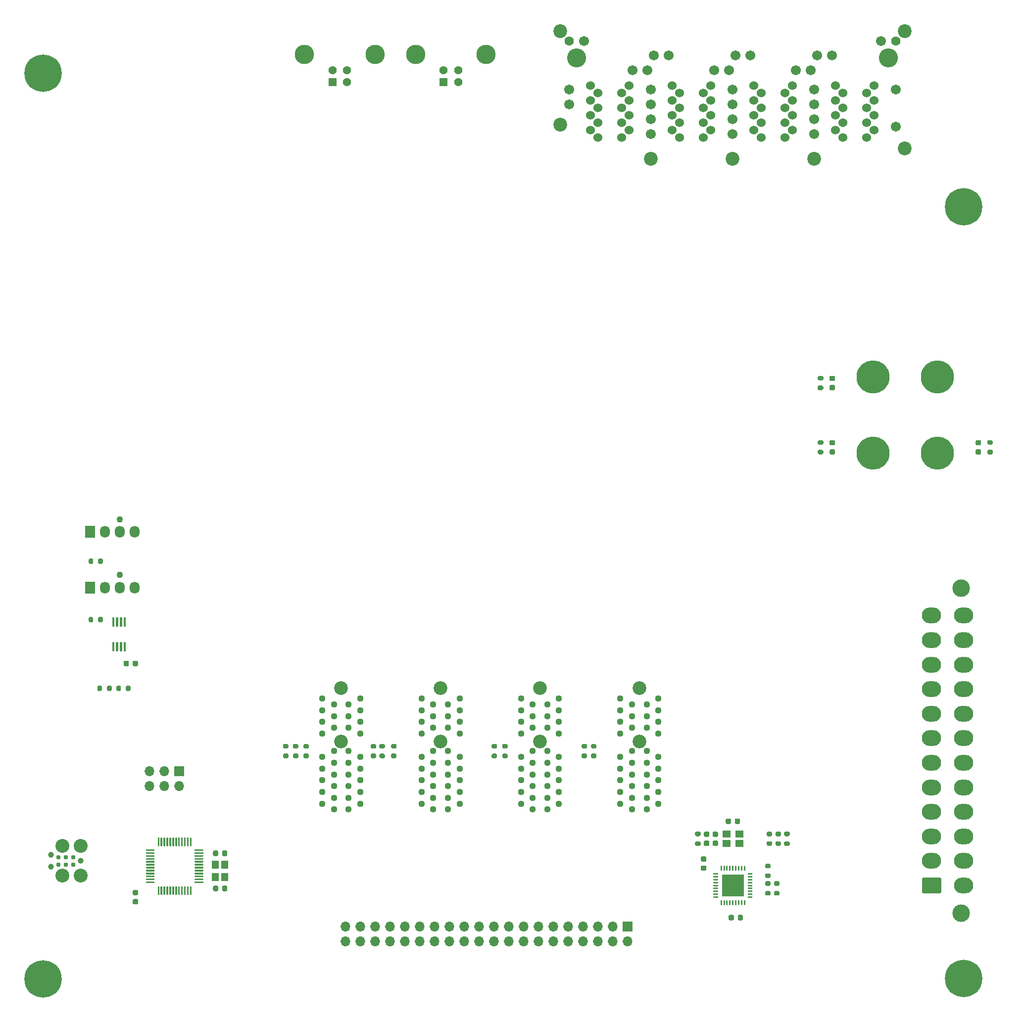
<source format=gts>
G04 #@! TF.GenerationSoftware,KiCad,Pcbnew,5.1.8*
G04 #@! TF.CreationDate,2020-12-18T22:11:15+01:00*
G04 #@! TF.ProjectId,atx,6174782e-6b69-4636-9164-5f7063625858,rev?*
G04 #@! TF.SameCoordinates,Original*
G04 #@! TF.FileFunction,Soldermask,Top*
G04 #@! TF.FilePolarity,Negative*
%FSLAX46Y46*%
G04 Gerber Fmt 4.6, Leading zero omitted, Abs format (unit mm)*
G04 Created by KiCad (PCBNEW 5.1.8) date 2020-12-18 22:11:15*
%MOMM*%
%LPD*%
G01*
G04 APERTURE LIST*
%ADD10C,1.100000*%
%ADD11O,1.730000X2.030000*%
%ADD12R,1.730000X2.030000*%
%ADD13O,1.700000X1.700000*%
%ADD14R,1.700000X1.700000*%
%ADD15C,2.374900*%
%ADD16C,0.990600*%
%ADD17C,0.787400*%
%ADD18R,1.150000X1.400000*%
%ADD19C,1.428000*%
%ADD20R,1.428000X1.428000*%
%ADD21C,3.316000*%
%ADD22C,5.664200*%
%ADD23C,1.120000*%
%ADD24C,2.350000*%
%ADD25R,3.700000X3.700000*%
%ADD26R,1.400000X1.150000*%
%ADD27C,3.000000*%
%ADD28O,3.300000X2.700000*%
%ADD29C,0.800000*%
%ADD30C,6.400000*%
%ADD31C,1.524000*%
%ADD32C,3.251200*%
%ADD33C,2.362200*%
%ADD34C,1.714500*%
%ADD35C,1.600200*%
G04 APERTURE END LIST*
G04 #@! TO.C,U2*
G36*
G01*
X18125000Y-104700000D02*
X17925000Y-104700000D01*
G75*
G02*
X17825000Y-104600000I0J100000D01*
G01*
X17825000Y-103175000D01*
G75*
G02*
X17925000Y-103075000I100000J0D01*
G01*
X18125000Y-103075000D01*
G75*
G02*
X18225000Y-103175000I0J-100000D01*
G01*
X18225000Y-104600000D01*
G75*
G02*
X18125000Y-104700000I-100000J0D01*
G01*
G37*
G36*
G01*
X18775000Y-104700000D02*
X18575000Y-104700000D01*
G75*
G02*
X18475000Y-104600000I0J100000D01*
G01*
X18475000Y-103175000D01*
G75*
G02*
X18575000Y-103075000I100000J0D01*
G01*
X18775000Y-103075000D01*
G75*
G02*
X18875000Y-103175000I0J-100000D01*
G01*
X18875000Y-104600000D01*
G75*
G02*
X18775000Y-104700000I-100000J0D01*
G01*
G37*
G36*
G01*
X19425000Y-104700000D02*
X19225000Y-104700000D01*
G75*
G02*
X19125000Y-104600000I0J100000D01*
G01*
X19125000Y-103175000D01*
G75*
G02*
X19225000Y-103075000I100000J0D01*
G01*
X19425000Y-103075000D01*
G75*
G02*
X19525000Y-103175000I0J-100000D01*
G01*
X19525000Y-104600000D01*
G75*
G02*
X19425000Y-104700000I-100000J0D01*
G01*
G37*
G36*
G01*
X20075000Y-104700000D02*
X19875000Y-104700000D01*
G75*
G02*
X19775000Y-104600000I0J100000D01*
G01*
X19775000Y-103175000D01*
G75*
G02*
X19875000Y-103075000I100000J0D01*
G01*
X20075000Y-103075000D01*
G75*
G02*
X20175000Y-103175000I0J-100000D01*
G01*
X20175000Y-104600000D01*
G75*
G02*
X20075000Y-104700000I-100000J0D01*
G01*
G37*
G36*
G01*
X20075000Y-108925000D02*
X19875000Y-108925000D01*
G75*
G02*
X19775000Y-108825000I0J100000D01*
G01*
X19775000Y-107400000D01*
G75*
G02*
X19875000Y-107300000I100000J0D01*
G01*
X20075000Y-107300000D01*
G75*
G02*
X20175000Y-107400000I0J-100000D01*
G01*
X20175000Y-108825000D01*
G75*
G02*
X20075000Y-108925000I-100000J0D01*
G01*
G37*
G36*
G01*
X19425000Y-108925000D02*
X19225000Y-108925000D01*
G75*
G02*
X19125000Y-108825000I0J100000D01*
G01*
X19125000Y-107400000D01*
G75*
G02*
X19225000Y-107300000I100000J0D01*
G01*
X19425000Y-107300000D01*
G75*
G02*
X19525000Y-107400000I0J-100000D01*
G01*
X19525000Y-108825000D01*
G75*
G02*
X19425000Y-108925000I-100000J0D01*
G01*
G37*
G36*
G01*
X18775000Y-108925000D02*
X18575000Y-108925000D01*
G75*
G02*
X18475000Y-108825000I0J100000D01*
G01*
X18475000Y-107400000D01*
G75*
G02*
X18575000Y-107300000I100000J0D01*
G01*
X18775000Y-107300000D01*
G75*
G02*
X18875000Y-107400000I0J-100000D01*
G01*
X18875000Y-108825000D01*
G75*
G02*
X18775000Y-108925000I-100000J0D01*
G01*
G37*
G36*
G01*
X18125000Y-108925000D02*
X17925000Y-108925000D01*
G75*
G02*
X17825000Y-108825000I0J100000D01*
G01*
X17825000Y-107400000D01*
G75*
G02*
X17925000Y-107300000I100000J0D01*
G01*
X18125000Y-107300000D01*
G75*
G02*
X18225000Y-107400000I0J-100000D01*
G01*
X18225000Y-108825000D01*
G75*
G02*
X18125000Y-108925000I-100000J0D01*
G01*
G37*
G04 #@! TD*
G04 #@! TO.C,R24*
G36*
G01*
X14575000Y-93225000D02*
X14575000Y-93775000D01*
G75*
G02*
X14375000Y-93975000I-200000J0D01*
G01*
X13975000Y-93975000D01*
G75*
G02*
X13775000Y-93775000I0J200000D01*
G01*
X13775000Y-93225000D01*
G75*
G02*
X13975000Y-93025000I200000J0D01*
G01*
X14375000Y-93025000D01*
G75*
G02*
X14575000Y-93225000I0J-200000D01*
G01*
G37*
G36*
G01*
X16225000Y-93225000D02*
X16225000Y-93775000D01*
G75*
G02*
X16025000Y-93975000I-200000J0D01*
G01*
X15625000Y-93975000D01*
G75*
G02*
X15425000Y-93775000I0J200000D01*
G01*
X15425000Y-93225000D01*
G75*
G02*
X15625000Y-93025000I200000J0D01*
G01*
X16025000Y-93025000D01*
G75*
G02*
X16225000Y-93225000I0J-200000D01*
G01*
G37*
G04 #@! TD*
G04 #@! TO.C,R23*
G36*
G01*
X14575000Y-103225000D02*
X14575000Y-103775000D01*
G75*
G02*
X14375000Y-103975000I-200000J0D01*
G01*
X13975000Y-103975000D01*
G75*
G02*
X13775000Y-103775000I0J200000D01*
G01*
X13775000Y-103225000D01*
G75*
G02*
X13975000Y-103025000I200000J0D01*
G01*
X14375000Y-103025000D01*
G75*
G02*
X14575000Y-103225000I0J-200000D01*
G01*
G37*
G36*
G01*
X16225000Y-103225000D02*
X16225000Y-103775000D01*
G75*
G02*
X16025000Y-103975000I-200000J0D01*
G01*
X15625000Y-103975000D01*
G75*
G02*
X15425000Y-103775000I0J200000D01*
G01*
X15425000Y-103225000D01*
G75*
G02*
X15625000Y-103025000I200000J0D01*
G01*
X16025000Y-103025000D01*
G75*
G02*
X16225000Y-103225000I0J-200000D01*
G01*
G37*
G04 #@! TD*
G04 #@! TO.C,R22*
G36*
G01*
X16075000Y-114975000D02*
X16075000Y-115525000D01*
G75*
G02*
X15875000Y-115725000I-200000J0D01*
G01*
X15475000Y-115725000D01*
G75*
G02*
X15275000Y-115525000I0J200000D01*
G01*
X15275000Y-114975000D01*
G75*
G02*
X15475000Y-114775000I200000J0D01*
G01*
X15875000Y-114775000D01*
G75*
G02*
X16075000Y-114975000I0J-200000D01*
G01*
G37*
G36*
G01*
X17725000Y-114975000D02*
X17725000Y-115525000D01*
G75*
G02*
X17525000Y-115725000I-200000J0D01*
G01*
X17125000Y-115725000D01*
G75*
G02*
X16925000Y-115525000I0J200000D01*
G01*
X16925000Y-114975000D01*
G75*
G02*
X17125000Y-114775000I200000J0D01*
G01*
X17525000Y-114775000D01*
G75*
G02*
X17725000Y-114975000I0J-200000D01*
G01*
G37*
G04 #@! TD*
G04 #@! TO.C,R21*
G36*
G01*
X20175000Y-115525000D02*
X20175000Y-114975000D01*
G75*
G02*
X20375000Y-114775000I200000J0D01*
G01*
X20775000Y-114775000D01*
G75*
G02*
X20975000Y-114975000I0J-200000D01*
G01*
X20975000Y-115525000D01*
G75*
G02*
X20775000Y-115725000I-200000J0D01*
G01*
X20375000Y-115725000D01*
G75*
G02*
X20175000Y-115525000I0J200000D01*
G01*
G37*
G36*
G01*
X18525000Y-115525000D02*
X18525000Y-114975000D01*
G75*
G02*
X18725000Y-114775000I200000J0D01*
G01*
X19125000Y-114775000D01*
G75*
G02*
X19325000Y-114975000I0J-200000D01*
G01*
X19325000Y-115525000D01*
G75*
G02*
X19125000Y-115725000I-200000J0D01*
G01*
X18725000Y-115725000D01*
G75*
G02*
X18525000Y-115525000I0J200000D01*
G01*
G37*
G04 #@! TD*
D10*
G04 #@! TO.C,M2*
X19080000Y-86340000D03*
D11*
X21620000Y-88500000D03*
X19080000Y-88500000D03*
X16540000Y-88500000D03*
D12*
X14000000Y-88500000D03*
G04 #@! TD*
D10*
G04 #@! TO.C,M1*
X19080000Y-95840000D03*
D11*
X21620000Y-98000000D03*
X19080000Y-98000000D03*
X16540000Y-98000000D03*
D12*
X14000000Y-98000000D03*
G04 #@! TD*
G04 #@! TO.C,C9*
G36*
G01*
X21325000Y-111250000D02*
X21325000Y-110750000D01*
G75*
G02*
X21550000Y-110525000I225000J0D01*
G01*
X22000000Y-110525000D01*
G75*
G02*
X22225000Y-110750000I0J-225000D01*
G01*
X22225000Y-111250000D01*
G75*
G02*
X22000000Y-111475000I-225000J0D01*
G01*
X21550000Y-111475000D01*
G75*
G02*
X21325000Y-111250000I0J225000D01*
G01*
G37*
G36*
G01*
X19775000Y-111250000D02*
X19775000Y-110750000D01*
G75*
G02*
X20000000Y-110525000I225000J0D01*
G01*
X20450000Y-110525000D01*
G75*
G02*
X20675000Y-110750000I0J-225000D01*
G01*
X20675000Y-111250000D01*
G75*
G02*
X20450000Y-111475000I-225000J0D01*
G01*
X20000000Y-111475000D01*
G75*
G02*
X19775000Y-111250000I0J225000D01*
G01*
G37*
G04 #@! TD*
D13*
G04 #@! TO.C,J4*
X24170000Y-131940000D03*
X24170000Y-129400000D03*
X26710000Y-131940000D03*
X26710000Y-129400000D03*
X29250000Y-131940000D03*
D14*
X29250000Y-129400000D03*
G04 #@! TD*
G04 #@! TO.C,C6*
G36*
G01*
X36625000Y-149750000D02*
X36625000Y-149250000D01*
G75*
G02*
X36850000Y-149025000I225000J0D01*
G01*
X37300000Y-149025000D01*
G75*
G02*
X37525000Y-149250000I0J-225000D01*
G01*
X37525000Y-149750000D01*
G75*
G02*
X37300000Y-149975000I-225000J0D01*
G01*
X36850000Y-149975000D01*
G75*
G02*
X36625000Y-149750000I0J225000D01*
G01*
G37*
G36*
G01*
X35075000Y-149750000D02*
X35075000Y-149250000D01*
G75*
G02*
X35300000Y-149025000I225000J0D01*
G01*
X35750000Y-149025000D01*
G75*
G02*
X35975000Y-149250000I0J-225000D01*
G01*
X35975000Y-149750000D01*
G75*
G02*
X35750000Y-149975000I-225000J0D01*
G01*
X35300000Y-149975000D01*
G75*
G02*
X35075000Y-149750000I0J225000D01*
G01*
G37*
G04 #@! TD*
G04 #@! TO.C,C7*
G36*
G01*
X35975000Y-143250000D02*
X35975000Y-143750000D01*
G75*
G02*
X35750000Y-143975000I-225000J0D01*
G01*
X35300000Y-143975000D01*
G75*
G02*
X35075000Y-143750000I0J225000D01*
G01*
X35075000Y-143250000D01*
G75*
G02*
X35300000Y-143025000I225000J0D01*
G01*
X35750000Y-143025000D01*
G75*
G02*
X35975000Y-143250000I0J-225000D01*
G01*
G37*
G36*
G01*
X37525000Y-143250000D02*
X37525000Y-143750000D01*
G75*
G02*
X37300000Y-143975000I-225000J0D01*
G01*
X36850000Y-143975000D01*
G75*
G02*
X36625000Y-143750000I0J225000D01*
G01*
X36625000Y-143250000D01*
G75*
G02*
X36850000Y-143025000I225000J0D01*
G01*
X37300000Y-143025000D01*
G75*
G02*
X37525000Y-143250000I0J-225000D01*
G01*
G37*
G04 #@! TD*
G04 #@! TO.C,U1*
G36*
G01*
X33400000Y-148375000D02*
X33400000Y-148525000D01*
G75*
G02*
X33325000Y-148600000I-75000J0D01*
G01*
X32000000Y-148600000D01*
G75*
G02*
X31925000Y-148525000I0J75000D01*
G01*
X31925000Y-148375000D01*
G75*
G02*
X32000000Y-148300000I75000J0D01*
G01*
X33325000Y-148300000D01*
G75*
G02*
X33400000Y-148375000I0J-75000D01*
G01*
G37*
G36*
G01*
X33400000Y-147875000D02*
X33400000Y-148025000D01*
G75*
G02*
X33325000Y-148100000I-75000J0D01*
G01*
X32000000Y-148100000D01*
G75*
G02*
X31925000Y-148025000I0J75000D01*
G01*
X31925000Y-147875000D01*
G75*
G02*
X32000000Y-147800000I75000J0D01*
G01*
X33325000Y-147800000D01*
G75*
G02*
X33400000Y-147875000I0J-75000D01*
G01*
G37*
G36*
G01*
X33400000Y-147375000D02*
X33400000Y-147525000D01*
G75*
G02*
X33325000Y-147600000I-75000J0D01*
G01*
X32000000Y-147600000D01*
G75*
G02*
X31925000Y-147525000I0J75000D01*
G01*
X31925000Y-147375000D01*
G75*
G02*
X32000000Y-147300000I75000J0D01*
G01*
X33325000Y-147300000D01*
G75*
G02*
X33400000Y-147375000I0J-75000D01*
G01*
G37*
G36*
G01*
X33400000Y-146875000D02*
X33400000Y-147025000D01*
G75*
G02*
X33325000Y-147100000I-75000J0D01*
G01*
X32000000Y-147100000D01*
G75*
G02*
X31925000Y-147025000I0J75000D01*
G01*
X31925000Y-146875000D01*
G75*
G02*
X32000000Y-146800000I75000J0D01*
G01*
X33325000Y-146800000D01*
G75*
G02*
X33400000Y-146875000I0J-75000D01*
G01*
G37*
G36*
G01*
X33400000Y-146375000D02*
X33400000Y-146525000D01*
G75*
G02*
X33325000Y-146600000I-75000J0D01*
G01*
X32000000Y-146600000D01*
G75*
G02*
X31925000Y-146525000I0J75000D01*
G01*
X31925000Y-146375000D01*
G75*
G02*
X32000000Y-146300000I75000J0D01*
G01*
X33325000Y-146300000D01*
G75*
G02*
X33400000Y-146375000I0J-75000D01*
G01*
G37*
G36*
G01*
X33400000Y-145875000D02*
X33400000Y-146025000D01*
G75*
G02*
X33325000Y-146100000I-75000J0D01*
G01*
X32000000Y-146100000D01*
G75*
G02*
X31925000Y-146025000I0J75000D01*
G01*
X31925000Y-145875000D01*
G75*
G02*
X32000000Y-145800000I75000J0D01*
G01*
X33325000Y-145800000D01*
G75*
G02*
X33400000Y-145875000I0J-75000D01*
G01*
G37*
G36*
G01*
X33400000Y-145375000D02*
X33400000Y-145525000D01*
G75*
G02*
X33325000Y-145600000I-75000J0D01*
G01*
X32000000Y-145600000D01*
G75*
G02*
X31925000Y-145525000I0J75000D01*
G01*
X31925000Y-145375000D01*
G75*
G02*
X32000000Y-145300000I75000J0D01*
G01*
X33325000Y-145300000D01*
G75*
G02*
X33400000Y-145375000I0J-75000D01*
G01*
G37*
G36*
G01*
X33400000Y-144875000D02*
X33400000Y-145025000D01*
G75*
G02*
X33325000Y-145100000I-75000J0D01*
G01*
X32000000Y-145100000D01*
G75*
G02*
X31925000Y-145025000I0J75000D01*
G01*
X31925000Y-144875000D01*
G75*
G02*
X32000000Y-144800000I75000J0D01*
G01*
X33325000Y-144800000D01*
G75*
G02*
X33400000Y-144875000I0J-75000D01*
G01*
G37*
G36*
G01*
X33400000Y-144375000D02*
X33400000Y-144525000D01*
G75*
G02*
X33325000Y-144600000I-75000J0D01*
G01*
X32000000Y-144600000D01*
G75*
G02*
X31925000Y-144525000I0J75000D01*
G01*
X31925000Y-144375000D01*
G75*
G02*
X32000000Y-144300000I75000J0D01*
G01*
X33325000Y-144300000D01*
G75*
G02*
X33400000Y-144375000I0J-75000D01*
G01*
G37*
G36*
G01*
X33400000Y-143875000D02*
X33400000Y-144025000D01*
G75*
G02*
X33325000Y-144100000I-75000J0D01*
G01*
X32000000Y-144100000D01*
G75*
G02*
X31925000Y-144025000I0J75000D01*
G01*
X31925000Y-143875000D01*
G75*
G02*
X32000000Y-143800000I75000J0D01*
G01*
X33325000Y-143800000D01*
G75*
G02*
X33400000Y-143875000I0J-75000D01*
G01*
G37*
G36*
G01*
X33400000Y-143375000D02*
X33400000Y-143525000D01*
G75*
G02*
X33325000Y-143600000I-75000J0D01*
G01*
X32000000Y-143600000D01*
G75*
G02*
X31925000Y-143525000I0J75000D01*
G01*
X31925000Y-143375000D01*
G75*
G02*
X32000000Y-143300000I75000J0D01*
G01*
X33325000Y-143300000D01*
G75*
G02*
X33400000Y-143375000I0J-75000D01*
G01*
G37*
G36*
G01*
X33400000Y-142875000D02*
X33400000Y-143025000D01*
G75*
G02*
X33325000Y-143100000I-75000J0D01*
G01*
X32000000Y-143100000D01*
G75*
G02*
X31925000Y-143025000I0J75000D01*
G01*
X31925000Y-142875000D01*
G75*
G02*
X32000000Y-142800000I75000J0D01*
G01*
X33325000Y-142800000D01*
G75*
G02*
X33400000Y-142875000I0J-75000D01*
G01*
G37*
G36*
G01*
X31400000Y-140875000D02*
X31400000Y-142200000D01*
G75*
G02*
X31325000Y-142275000I-75000J0D01*
G01*
X31175000Y-142275000D01*
G75*
G02*
X31100000Y-142200000I0J75000D01*
G01*
X31100000Y-140875000D01*
G75*
G02*
X31175000Y-140800000I75000J0D01*
G01*
X31325000Y-140800000D01*
G75*
G02*
X31400000Y-140875000I0J-75000D01*
G01*
G37*
G36*
G01*
X30900000Y-140875000D02*
X30900000Y-142200000D01*
G75*
G02*
X30825000Y-142275000I-75000J0D01*
G01*
X30675000Y-142275000D01*
G75*
G02*
X30600000Y-142200000I0J75000D01*
G01*
X30600000Y-140875000D01*
G75*
G02*
X30675000Y-140800000I75000J0D01*
G01*
X30825000Y-140800000D01*
G75*
G02*
X30900000Y-140875000I0J-75000D01*
G01*
G37*
G36*
G01*
X30400000Y-140875000D02*
X30400000Y-142200000D01*
G75*
G02*
X30325000Y-142275000I-75000J0D01*
G01*
X30175000Y-142275000D01*
G75*
G02*
X30100000Y-142200000I0J75000D01*
G01*
X30100000Y-140875000D01*
G75*
G02*
X30175000Y-140800000I75000J0D01*
G01*
X30325000Y-140800000D01*
G75*
G02*
X30400000Y-140875000I0J-75000D01*
G01*
G37*
G36*
G01*
X29900000Y-140875000D02*
X29900000Y-142200000D01*
G75*
G02*
X29825000Y-142275000I-75000J0D01*
G01*
X29675000Y-142275000D01*
G75*
G02*
X29600000Y-142200000I0J75000D01*
G01*
X29600000Y-140875000D01*
G75*
G02*
X29675000Y-140800000I75000J0D01*
G01*
X29825000Y-140800000D01*
G75*
G02*
X29900000Y-140875000I0J-75000D01*
G01*
G37*
G36*
G01*
X29400000Y-140875000D02*
X29400000Y-142200000D01*
G75*
G02*
X29325000Y-142275000I-75000J0D01*
G01*
X29175000Y-142275000D01*
G75*
G02*
X29100000Y-142200000I0J75000D01*
G01*
X29100000Y-140875000D01*
G75*
G02*
X29175000Y-140800000I75000J0D01*
G01*
X29325000Y-140800000D01*
G75*
G02*
X29400000Y-140875000I0J-75000D01*
G01*
G37*
G36*
G01*
X28900000Y-140875000D02*
X28900000Y-142200000D01*
G75*
G02*
X28825000Y-142275000I-75000J0D01*
G01*
X28675000Y-142275000D01*
G75*
G02*
X28600000Y-142200000I0J75000D01*
G01*
X28600000Y-140875000D01*
G75*
G02*
X28675000Y-140800000I75000J0D01*
G01*
X28825000Y-140800000D01*
G75*
G02*
X28900000Y-140875000I0J-75000D01*
G01*
G37*
G36*
G01*
X28400000Y-140875000D02*
X28400000Y-142200000D01*
G75*
G02*
X28325000Y-142275000I-75000J0D01*
G01*
X28175000Y-142275000D01*
G75*
G02*
X28100000Y-142200000I0J75000D01*
G01*
X28100000Y-140875000D01*
G75*
G02*
X28175000Y-140800000I75000J0D01*
G01*
X28325000Y-140800000D01*
G75*
G02*
X28400000Y-140875000I0J-75000D01*
G01*
G37*
G36*
G01*
X27900000Y-140875000D02*
X27900000Y-142200000D01*
G75*
G02*
X27825000Y-142275000I-75000J0D01*
G01*
X27675000Y-142275000D01*
G75*
G02*
X27600000Y-142200000I0J75000D01*
G01*
X27600000Y-140875000D01*
G75*
G02*
X27675000Y-140800000I75000J0D01*
G01*
X27825000Y-140800000D01*
G75*
G02*
X27900000Y-140875000I0J-75000D01*
G01*
G37*
G36*
G01*
X27400000Y-140875000D02*
X27400000Y-142200000D01*
G75*
G02*
X27325000Y-142275000I-75000J0D01*
G01*
X27175000Y-142275000D01*
G75*
G02*
X27100000Y-142200000I0J75000D01*
G01*
X27100000Y-140875000D01*
G75*
G02*
X27175000Y-140800000I75000J0D01*
G01*
X27325000Y-140800000D01*
G75*
G02*
X27400000Y-140875000I0J-75000D01*
G01*
G37*
G36*
G01*
X26900000Y-140875000D02*
X26900000Y-142200000D01*
G75*
G02*
X26825000Y-142275000I-75000J0D01*
G01*
X26675000Y-142275000D01*
G75*
G02*
X26600000Y-142200000I0J75000D01*
G01*
X26600000Y-140875000D01*
G75*
G02*
X26675000Y-140800000I75000J0D01*
G01*
X26825000Y-140800000D01*
G75*
G02*
X26900000Y-140875000I0J-75000D01*
G01*
G37*
G36*
G01*
X26400000Y-140875000D02*
X26400000Y-142200000D01*
G75*
G02*
X26325000Y-142275000I-75000J0D01*
G01*
X26175000Y-142275000D01*
G75*
G02*
X26100000Y-142200000I0J75000D01*
G01*
X26100000Y-140875000D01*
G75*
G02*
X26175000Y-140800000I75000J0D01*
G01*
X26325000Y-140800000D01*
G75*
G02*
X26400000Y-140875000I0J-75000D01*
G01*
G37*
G36*
G01*
X25900000Y-140875000D02*
X25900000Y-142200000D01*
G75*
G02*
X25825000Y-142275000I-75000J0D01*
G01*
X25675000Y-142275000D01*
G75*
G02*
X25600000Y-142200000I0J75000D01*
G01*
X25600000Y-140875000D01*
G75*
G02*
X25675000Y-140800000I75000J0D01*
G01*
X25825000Y-140800000D01*
G75*
G02*
X25900000Y-140875000I0J-75000D01*
G01*
G37*
G36*
G01*
X25075000Y-142875000D02*
X25075000Y-143025000D01*
G75*
G02*
X25000000Y-143100000I-75000J0D01*
G01*
X23675000Y-143100000D01*
G75*
G02*
X23600000Y-143025000I0J75000D01*
G01*
X23600000Y-142875000D01*
G75*
G02*
X23675000Y-142800000I75000J0D01*
G01*
X25000000Y-142800000D01*
G75*
G02*
X25075000Y-142875000I0J-75000D01*
G01*
G37*
G36*
G01*
X25075000Y-143375000D02*
X25075000Y-143525000D01*
G75*
G02*
X25000000Y-143600000I-75000J0D01*
G01*
X23675000Y-143600000D01*
G75*
G02*
X23600000Y-143525000I0J75000D01*
G01*
X23600000Y-143375000D01*
G75*
G02*
X23675000Y-143300000I75000J0D01*
G01*
X25000000Y-143300000D01*
G75*
G02*
X25075000Y-143375000I0J-75000D01*
G01*
G37*
G36*
G01*
X25075000Y-143875000D02*
X25075000Y-144025000D01*
G75*
G02*
X25000000Y-144100000I-75000J0D01*
G01*
X23675000Y-144100000D01*
G75*
G02*
X23600000Y-144025000I0J75000D01*
G01*
X23600000Y-143875000D01*
G75*
G02*
X23675000Y-143800000I75000J0D01*
G01*
X25000000Y-143800000D01*
G75*
G02*
X25075000Y-143875000I0J-75000D01*
G01*
G37*
G36*
G01*
X25075000Y-144375000D02*
X25075000Y-144525000D01*
G75*
G02*
X25000000Y-144600000I-75000J0D01*
G01*
X23675000Y-144600000D01*
G75*
G02*
X23600000Y-144525000I0J75000D01*
G01*
X23600000Y-144375000D01*
G75*
G02*
X23675000Y-144300000I75000J0D01*
G01*
X25000000Y-144300000D01*
G75*
G02*
X25075000Y-144375000I0J-75000D01*
G01*
G37*
G36*
G01*
X25075000Y-144875000D02*
X25075000Y-145025000D01*
G75*
G02*
X25000000Y-145100000I-75000J0D01*
G01*
X23675000Y-145100000D01*
G75*
G02*
X23600000Y-145025000I0J75000D01*
G01*
X23600000Y-144875000D01*
G75*
G02*
X23675000Y-144800000I75000J0D01*
G01*
X25000000Y-144800000D01*
G75*
G02*
X25075000Y-144875000I0J-75000D01*
G01*
G37*
G36*
G01*
X25075000Y-145375000D02*
X25075000Y-145525000D01*
G75*
G02*
X25000000Y-145600000I-75000J0D01*
G01*
X23675000Y-145600000D01*
G75*
G02*
X23600000Y-145525000I0J75000D01*
G01*
X23600000Y-145375000D01*
G75*
G02*
X23675000Y-145300000I75000J0D01*
G01*
X25000000Y-145300000D01*
G75*
G02*
X25075000Y-145375000I0J-75000D01*
G01*
G37*
G36*
G01*
X25075000Y-145875000D02*
X25075000Y-146025000D01*
G75*
G02*
X25000000Y-146100000I-75000J0D01*
G01*
X23675000Y-146100000D01*
G75*
G02*
X23600000Y-146025000I0J75000D01*
G01*
X23600000Y-145875000D01*
G75*
G02*
X23675000Y-145800000I75000J0D01*
G01*
X25000000Y-145800000D01*
G75*
G02*
X25075000Y-145875000I0J-75000D01*
G01*
G37*
G36*
G01*
X25075000Y-146375000D02*
X25075000Y-146525000D01*
G75*
G02*
X25000000Y-146600000I-75000J0D01*
G01*
X23675000Y-146600000D01*
G75*
G02*
X23600000Y-146525000I0J75000D01*
G01*
X23600000Y-146375000D01*
G75*
G02*
X23675000Y-146300000I75000J0D01*
G01*
X25000000Y-146300000D01*
G75*
G02*
X25075000Y-146375000I0J-75000D01*
G01*
G37*
G36*
G01*
X25075000Y-146875000D02*
X25075000Y-147025000D01*
G75*
G02*
X25000000Y-147100000I-75000J0D01*
G01*
X23675000Y-147100000D01*
G75*
G02*
X23600000Y-147025000I0J75000D01*
G01*
X23600000Y-146875000D01*
G75*
G02*
X23675000Y-146800000I75000J0D01*
G01*
X25000000Y-146800000D01*
G75*
G02*
X25075000Y-146875000I0J-75000D01*
G01*
G37*
G36*
G01*
X25075000Y-147375000D02*
X25075000Y-147525000D01*
G75*
G02*
X25000000Y-147600000I-75000J0D01*
G01*
X23675000Y-147600000D01*
G75*
G02*
X23600000Y-147525000I0J75000D01*
G01*
X23600000Y-147375000D01*
G75*
G02*
X23675000Y-147300000I75000J0D01*
G01*
X25000000Y-147300000D01*
G75*
G02*
X25075000Y-147375000I0J-75000D01*
G01*
G37*
G36*
G01*
X25075000Y-147875000D02*
X25075000Y-148025000D01*
G75*
G02*
X25000000Y-148100000I-75000J0D01*
G01*
X23675000Y-148100000D01*
G75*
G02*
X23600000Y-148025000I0J75000D01*
G01*
X23600000Y-147875000D01*
G75*
G02*
X23675000Y-147800000I75000J0D01*
G01*
X25000000Y-147800000D01*
G75*
G02*
X25075000Y-147875000I0J-75000D01*
G01*
G37*
G36*
G01*
X25075000Y-148375000D02*
X25075000Y-148525000D01*
G75*
G02*
X25000000Y-148600000I-75000J0D01*
G01*
X23675000Y-148600000D01*
G75*
G02*
X23600000Y-148525000I0J75000D01*
G01*
X23600000Y-148375000D01*
G75*
G02*
X23675000Y-148300000I75000J0D01*
G01*
X25000000Y-148300000D01*
G75*
G02*
X25075000Y-148375000I0J-75000D01*
G01*
G37*
G36*
G01*
X25900000Y-149200000D02*
X25900000Y-150525000D01*
G75*
G02*
X25825000Y-150600000I-75000J0D01*
G01*
X25675000Y-150600000D01*
G75*
G02*
X25600000Y-150525000I0J75000D01*
G01*
X25600000Y-149200000D01*
G75*
G02*
X25675000Y-149125000I75000J0D01*
G01*
X25825000Y-149125000D01*
G75*
G02*
X25900000Y-149200000I0J-75000D01*
G01*
G37*
G36*
G01*
X26400000Y-149200000D02*
X26400000Y-150525000D01*
G75*
G02*
X26325000Y-150600000I-75000J0D01*
G01*
X26175000Y-150600000D01*
G75*
G02*
X26100000Y-150525000I0J75000D01*
G01*
X26100000Y-149200000D01*
G75*
G02*
X26175000Y-149125000I75000J0D01*
G01*
X26325000Y-149125000D01*
G75*
G02*
X26400000Y-149200000I0J-75000D01*
G01*
G37*
G36*
G01*
X26900000Y-149200000D02*
X26900000Y-150525000D01*
G75*
G02*
X26825000Y-150600000I-75000J0D01*
G01*
X26675000Y-150600000D01*
G75*
G02*
X26600000Y-150525000I0J75000D01*
G01*
X26600000Y-149200000D01*
G75*
G02*
X26675000Y-149125000I75000J0D01*
G01*
X26825000Y-149125000D01*
G75*
G02*
X26900000Y-149200000I0J-75000D01*
G01*
G37*
G36*
G01*
X27400000Y-149200000D02*
X27400000Y-150525000D01*
G75*
G02*
X27325000Y-150600000I-75000J0D01*
G01*
X27175000Y-150600000D01*
G75*
G02*
X27100000Y-150525000I0J75000D01*
G01*
X27100000Y-149200000D01*
G75*
G02*
X27175000Y-149125000I75000J0D01*
G01*
X27325000Y-149125000D01*
G75*
G02*
X27400000Y-149200000I0J-75000D01*
G01*
G37*
G36*
G01*
X27900000Y-149200000D02*
X27900000Y-150525000D01*
G75*
G02*
X27825000Y-150600000I-75000J0D01*
G01*
X27675000Y-150600000D01*
G75*
G02*
X27600000Y-150525000I0J75000D01*
G01*
X27600000Y-149200000D01*
G75*
G02*
X27675000Y-149125000I75000J0D01*
G01*
X27825000Y-149125000D01*
G75*
G02*
X27900000Y-149200000I0J-75000D01*
G01*
G37*
G36*
G01*
X28400000Y-149200000D02*
X28400000Y-150525000D01*
G75*
G02*
X28325000Y-150600000I-75000J0D01*
G01*
X28175000Y-150600000D01*
G75*
G02*
X28100000Y-150525000I0J75000D01*
G01*
X28100000Y-149200000D01*
G75*
G02*
X28175000Y-149125000I75000J0D01*
G01*
X28325000Y-149125000D01*
G75*
G02*
X28400000Y-149200000I0J-75000D01*
G01*
G37*
G36*
G01*
X28900000Y-149200000D02*
X28900000Y-150525000D01*
G75*
G02*
X28825000Y-150600000I-75000J0D01*
G01*
X28675000Y-150600000D01*
G75*
G02*
X28600000Y-150525000I0J75000D01*
G01*
X28600000Y-149200000D01*
G75*
G02*
X28675000Y-149125000I75000J0D01*
G01*
X28825000Y-149125000D01*
G75*
G02*
X28900000Y-149200000I0J-75000D01*
G01*
G37*
G36*
G01*
X29400000Y-149200000D02*
X29400000Y-150525000D01*
G75*
G02*
X29325000Y-150600000I-75000J0D01*
G01*
X29175000Y-150600000D01*
G75*
G02*
X29100000Y-150525000I0J75000D01*
G01*
X29100000Y-149200000D01*
G75*
G02*
X29175000Y-149125000I75000J0D01*
G01*
X29325000Y-149125000D01*
G75*
G02*
X29400000Y-149200000I0J-75000D01*
G01*
G37*
G36*
G01*
X29900000Y-149200000D02*
X29900000Y-150525000D01*
G75*
G02*
X29825000Y-150600000I-75000J0D01*
G01*
X29675000Y-150600000D01*
G75*
G02*
X29600000Y-150525000I0J75000D01*
G01*
X29600000Y-149200000D01*
G75*
G02*
X29675000Y-149125000I75000J0D01*
G01*
X29825000Y-149125000D01*
G75*
G02*
X29900000Y-149200000I0J-75000D01*
G01*
G37*
G36*
G01*
X30400000Y-149200000D02*
X30400000Y-150525000D01*
G75*
G02*
X30325000Y-150600000I-75000J0D01*
G01*
X30175000Y-150600000D01*
G75*
G02*
X30100000Y-150525000I0J75000D01*
G01*
X30100000Y-149200000D01*
G75*
G02*
X30175000Y-149125000I75000J0D01*
G01*
X30325000Y-149125000D01*
G75*
G02*
X30400000Y-149200000I0J-75000D01*
G01*
G37*
G36*
G01*
X30900000Y-149200000D02*
X30900000Y-150525000D01*
G75*
G02*
X30825000Y-150600000I-75000J0D01*
G01*
X30675000Y-150600000D01*
G75*
G02*
X30600000Y-150525000I0J75000D01*
G01*
X30600000Y-149200000D01*
G75*
G02*
X30675000Y-149125000I75000J0D01*
G01*
X30825000Y-149125000D01*
G75*
G02*
X30900000Y-149200000I0J-75000D01*
G01*
G37*
G36*
G01*
X31400000Y-149200000D02*
X31400000Y-150525000D01*
G75*
G02*
X31325000Y-150600000I-75000J0D01*
G01*
X31175000Y-150600000D01*
G75*
G02*
X31100000Y-150525000I0J75000D01*
G01*
X31100000Y-149200000D01*
G75*
G02*
X31175000Y-149125000I75000J0D01*
G01*
X31325000Y-149125000D01*
G75*
G02*
X31400000Y-149200000I0J-75000D01*
G01*
G37*
G04 #@! TD*
D15*
G04 #@! TO.C,J6*
X12440000Y-142260000D03*
X12440000Y-147340000D03*
X9265000Y-147340000D03*
X9265000Y-142260000D03*
D16*
X7360000Y-145816000D03*
X7360000Y-143784000D03*
X12440000Y-144800000D03*
D17*
X11170000Y-144165000D03*
X11170000Y-145435000D03*
X9900000Y-144165000D03*
X9900000Y-145435000D03*
X8630000Y-144165000D03*
X8630000Y-145435000D03*
G04 #@! TD*
G04 #@! TO.C,C8*
G36*
G01*
X21550000Y-151325000D02*
X22050000Y-151325000D01*
G75*
G02*
X22275000Y-151550000I0J-225000D01*
G01*
X22275000Y-152000000D01*
G75*
G02*
X22050000Y-152225000I-225000J0D01*
G01*
X21550000Y-152225000D01*
G75*
G02*
X21325000Y-152000000I0J225000D01*
G01*
X21325000Y-151550000D01*
G75*
G02*
X21550000Y-151325000I225000J0D01*
G01*
G37*
G36*
G01*
X21550000Y-149775000D02*
X22050000Y-149775000D01*
G75*
G02*
X22275000Y-150000000I0J-225000D01*
G01*
X22275000Y-150450000D01*
G75*
G02*
X22050000Y-150675000I-225000J0D01*
G01*
X21550000Y-150675000D01*
G75*
G02*
X21325000Y-150450000I0J225000D01*
G01*
X21325000Y-150000000D01*
G75*
G02*
X21550000Y-149775000I225000J0D01*
G01*
G37*
G04 #@! TD*
D18*
G04 #@! TO.C,Y2*
X35500000Y-147600000D03*
X35500000Y-145400000D03*
X37100000Y-145400000D03*
X37100000Y-147600000D03*
G04 #@! TD*
D19*
G04 #@! TO.C,J7*
X77000000Y-11500000D03*
D20*
X74500000Y-11500000D03*
D19*
X77000000Y-9500000D03*
X74500000Y-9500000D03*
D21*
X81770000Y-6790000D03*
X69730000Y-6790000D03*
G04 #@! TD*
D19*
G04 #@! TO.C,J5*
X58000000Y-11500000D03*
D20*
X55500000Y-11500000D03*
D19*
X58000000Y-9500000D03*
X55500000Y-9500000D03*
D21*
X62770000Y-6790000D03*
X50730000Y-6790000D03*
G04 #@! TD*
G04 #@! TO.C,R20*
G36*
G01*
X47775000Y-125575000D02*
X47225000Y-125575000D01*
G75*
G02*
X47025000Y-125375000I0J200000D01*
G01*
X47025000Y-124975000D01*
G75*
G02*
X47225000Y-124775000I200000J0D01*
G01*
X47775000Y-124775000D01*
G75*
G02*
X47975000Y-124975000I0J-200000D01*
G01*
X47975000Y-125375000D01*
G75*
G02*
X47775000Y-125575000I-200000J0D01*
G01*
G37*
G36*
G01*
X47775000Y-127225000D02*
X47225000Y-127225000D01*
G75*
G02*
X47025000Y-127025000I0J200000D01*
G01*
X47025000Y-126625000D01*
G75*
G02*
X47225000Y-126425000I200000J0D01*
G01*
X47775000Y-126425000D01*
G75*
G02*
X47975000Y-126625000I0J-200000D01*
G01*
X47975000Y-127025000D01*
G75*
G02*
X47775000Y-127225000I-200000J0D01*
G01*
G37*
G04 #@! TD*
G04 #@! TO.C,R19*
G36*
G01*
X62225000Y-126425000D02*
X62775000Y-126425000D01*
G75*
G02*
X62975000Y-126625000I0J-200000D01*
G01*
X62975000Y-127025000D01*
G75*
G02*
X62775000Y-127225000I-200000J0D01*
G01*
X62225000Y-127225000D01*
G75*
G02*
X62025000Y-127025000I0J200000D01*
G01*
X62025000Y-126625000D01*
G75*
G02*
X62225000Y-126425000I200000J0D01*
G01*
G37*
G36*
G01*
X62225000Y-124775000D02*
X62775000Y-124775000D01*
G75*
G02*
X62975000Y-124975000I0J-200000D01*
G01*
X62975000Y-125375000D01*
G75*
G02*
X62775000Y-125575000I-200000J0D01*
G01*
X62225000Y-125575000D01*
G75*
G02*
X62025000Y-125375000I0J200000D01*
G01*
X62025000Y-124975000D01*
G75*
G02*
X62225000Y-124775000I200000J0D01*
G01*
G37*
G04 #@! TD*
D22*
G04 #@! TO.C,TP4*
X159000000Y-62000000D03*
G04 #@! TD*
G04 #@! TO.C,TP3*
X148000000Y-62000000D03*
G04 #@! TD*
G04 #@! TO.C,TP2*
X159000000Y-75000000D03*
G04 #@! TD*
G04 #@! TO.C,TP1*
X148000000Y-75000000D03*
G04 #@! TD*
D23*
G04 #@! TO.C,W1*
X104750000Y-127000000D03*
X104750000Y-123000000D03*
X104750000Y-121000000D03*
X104750000Y-119000000D03*
X104750000Y-117000000D03*
X106750000Y-118000000D03*
X106750000Y-120000000D03*
X106750000Y-122000000D03*
X106750000Y-136000000D03*
X106750000Y-128000000D03*
X106750000Y-126000000D03*
X109250000Y-126000000D03*
X109250000Y-118000000D03*
X109250000Y-120000000D03*
X109250000Y-122000000D03*
X109250000Y-136000000D03*
X109250000Y-128000000D03*
X111250000Y-127000000D03*
X111250000Y-123000000D03*
X111250000Y-121000000D03*
X111250000Y-119000000D03*
X111250000Y-117000000D03*
X104750000Y-129000000D03*
X104750000Y-131000000D03*
X104750000Y-133000000D03*
X104750000Y-135000000D03*
X106750000Y-134000000D03*
X106750000Y-132000000D03*
X106750000Y-130000000D03*
X109250000Y-130000000D03*
X109250000Y-132000000D03*
X109250000Y-134000000D03*
X111250000Y-129000000D03*
X111250000Y-131000000D03*
X111250000Y-133000000D03*
X111250000Y-135000000D03*
D24*
X108000000Y-124350000D03*
X108000000Y-115200000D03*
G04 #@! TD*
D23*
G04 #@! TO.C,W2*
X87750000Y-127000000D03*
X87750000Y-123000000D03*
X87750000Y-121000000D03*
X87750000Y-119000000D03*
X87750000Y-117000000D03*
X89750000Y-118000000D03*
X89750000Y-120000000D03*
X89750000Y-122000000D03*
X89750000Y-136000000D03*
X89750000Y-128000000D03*
X89750000Y-126000000D03*
X92250000Y-126000000D03*
X92250000Y-118000000D03*
X92250000Y-120000000D03*
X92250000Y-122000000D03*
X92250000Y-136000000D03*
X92250000Y-128000000D03*
X94250000Y-127000000D03*
X94250000Y-123000000D03*
X94250000Y-121000000D03*
X94250000Y-119000000D03*
X94250000Y-117000000D03*
X87750000Y-129000000D03*
X87750000Y-131000000D03*
X87750000Y-133000000D03*
X87750000Y-135000000D03*
X89750000Y-134000000D03*
X89750000Y-132000000D03*
X89750000Y-130000000D03*
X92250000Y-130000000D03*
X92250000Y-132000000D03*
X92250000Y-134000000D03*
X94250000Y-129000000D03*
X94250000Y-131000000D03*
X94250000Y-133000000D03*
X94250000Y-135000000D03*
D24*
X91000000Y-124350000D03*
X91000000Y-115200000D03*
G04 #@! TD*
G04 #@! TO.C,C4*
G36*
G01*
X124325000Y-138250000D02*
X124325000Y-137750000D01*
G75*
G02*
X124550000Y-137525000I225000J0D01*
G01*
X125000000Y-137525000D01*
G75*
G02*
X125225000Y-137750000I0J-225000D01*
G01*
X125225000Y-138250000D01*
G75*
G02*
X125000000Y-138475000I-225000J0D01*
G01*
X124550000Y-138475000D01*
G75*
G02*
X124325000Y-138250000I0J225000D01*
G01*
G37*
G36*
G01*
X122775000Y-138250000D02*
X122775000Y-137750000D01*
G75*
G02*
X123000000Y-137525000I225000J0D01*
G01*
X123450000Y-137525000D01*
G75*
G02*
X123675000Y-137750000I0J-225000D01*
G01*
X123675000Y-138250000D01*
G75*
G02*
X123450000Y-138475000I-225000J0D01*
G01*
X123000000Y-138475000D01*
G75*
G02*
X122775000Y-138250000I0J225000D01*
G01*
G37*
G04 #@! TD*
G04 #@! TO.C,C3*
G36*
G01*
X120750000Y-141325000D02*
X121250000Y-141325000D01*
G75*
G02*
X121475000Y-141550000I0J-225000D01*
G01*
X121475000Y-142000000D01*
G75*
G02*
X121250000Y-142225000I-225000J0D01*
G01*
X120750000Y-142225000D01*
G75*
G02*
X120525000Y-142000000I0J225000D01*
G01*
X120525000Y-141550000D01*
G75*
G02*
X120750000Y-141325000I225000J0D01*
G01*
G37*
G36*
G01*
X120750000Y-139775000D02*
X121250000Y-139775000D01*
G75*
G02*
X121475000Y-140000000I0J-225000D01*
G01*
X121475000Y-140450000D01*
G75*
G02*
X121250000Y-140675000I-225000J0D01*
G01*
X120750000Y-140675000D01*
G75*
G02*
X120525000Y-140450000I0J225000D01*
G01*
X120525000Y-140000000D01*
G75*
G02*
X120750000Y-139775000I225000J0D01*
G01*
G37*
G04 #@! TD*
D25*
G04 #@! TO.C,U4*
X124000000Y-149000000D03*
G36*
G01*
X121875000Y-146412500D02*
X121875000Y-145712500D01*
G75*
G02*
X121937500Y-145650000I62500J0D01*
G01*
X122062500Y-145650000D01*
G75*
G02*
X122125000Y-145712500I0J-62500D01*
G01*
X122125000Y-146412500D01*
G75*
G02*
X122062500Y-146475000I-62500J0D01*
G01*
X121937500Y-146475000D01*
G75*
G02*
X121875000Y-146412500I0J62500D01*
G01*
G37*
G36*
G01*
X122375000Y-146412500D02*
X122375000Y-145712500D01*
G75*
G02*
X122437500Y-145650000I62500J0D01*
G01*
X122562500Y-145650000D01*
G75*
G02*
X122625000Y-145712500I0J-62500D01*
G01*
X122625000Y-146412500D01*
G75*
G02*
X122562500Y-146475000I-62500J0D01*
G01*
X122437500Y-146475000D01*
G75*
G02*
X122375000Y-146412500I0J62500D01*
G01*
G37*
G36*
G01*
X122875000Y-146412500D02*
X122875000Y-145712500D01*
G75*
G02*
X122937500Y-145650000I62500J0D01*
G01*
X123062500Y-145650000D01*
G75*
G02*
X123125000Y-145712500I0J-62500D01*
G01*
X123125000Y-146412500D01*
G75*
G02*
X123062500Y-146475000I-62500J0D01*
G01*
X122937500Y-146475000D01*
G75*
G02*
X122875000Y-146412500I0J62500D01*
G01*
G37*
G36*
G01*
X123375000Y-146412500D02*
X123375000Y-145712500D01*
G75*
G02*
X123437500Y-145650000I62500J0D01*
G01*
X123562500Y-145650000D01*
G75*
G02*
X123625000Y-145712500I0J-62500D01*
G01*
X123625000Y-146412500D01*
G75*
G02*
X123562500Y-146475000I-62500J0D01*
G01*
X123437500Y-146475000D01*
G75*
G02*
X123375000Y-146412500I0J62500D01*
G01*
G37*
G36*
G01*
X123875000Y-146412500D02*
X123875000Y-145712500D01*
G75*
G02*
X123937500Y-145650000I62500J0D01*
G01*
X124062500Y-145650000D01*
G75*
G02*
X124125000Y-145712500I0J-62500D01*
G01*
X124125000Y-146412500D01*
G75*
G02*
X124062500Y-146475000I-62500J0D01*
G01*
X123937500Y-146475000D01*
G75*
G02*
X123875000Y-146412500I0J62500D01*
G01*
G37*
G36*
G01*
X124375000Y-146412500D02*
X124375000Y-145712500D01*
G75*
G02*
X124437500Y-145650000I62500J0D01*
G01*
X124562500Y-145650000D01*
G75*
G02*
X124625000Y-145712500I0J-62500D01*
G01*
X124625000Y-146412500D01*
G75*
G02*
X124562500Y-146475000I-62500J0D01*
G01*
X124437500Y-146475000D01*
G75*
G02*
X124375000Y-146412500I0J62500D01*
G01*
G37*
G36*
G01*
X124875000Y-146412500D02*
X124875000Y-145712500D01*
G75*
G02*
X124937500Y-145650000I62500J0D01*
G01*
X125062500Y-145650000D01*
G75*
G02*
X125125000Y-145712500I0J-62500D01*
G01*
X125125000Y-146412500D01*
G75*
G02*
X125062500Y-146475000I-62500J0D01*
G01*
X124937500Y-146475000D01*
G75*
G02*
X124875000Y-146412500I0J62500D01*
G01*
G37*
G36*
G01*
X125375000Y-146412500D02*
X125375000Y-145712500D01*
G75*
G02*
X125437500Y-145650000I62500J0D01*
G01*
X125562500Y-145650000D01*
G75*
G02*
X125625000Y-145712500I0J-62500D01*
G01*
X125625000Y-146412500D01*
G75*
G02*
X125562500Y-146475000I-62500J0D01*
G01*
X125437500Y-146475000D01*
G75*
G02*
X125375000Y-146412500I0J62500D01*
G01*
G37*
G36*
G01*
X125875000Y-146412500D02*
X125875000Y-145712500D01*
G75*
G02*
X125937500Y-145650000I62500J0D01*
G01*
X126062500Y-145650000D01*
G75*
G02*
X126125000Y-145712500I0J-62500D01*
G01*
X126125000Y-146412500D01*
G75*
G02*
X126062500Y-146475000I-62500J0D01*
G01*
X125937500Y-146475000D01*
G75*
G02*
X125875000Y-146412500I0J62500D01*
G01*
G37*
G36*
G01*
X126525000Y-147062500D02*
X126525000Y-146937500D01*
G75*
G02*
X126587500Y-146875000I62500J0D01*
G01*
X127287500Y-146875000D01*
G75*
G02*
X127350000Y-146937500I0J-62500D01*
G01*
X127350000Y-147062500D01*
G75*
G02*
X127287500Y-147125000I-62500J0D01*
G01*
X126587500Y-147125000D01*
G75*
G02*
X126525000Y-147062500I0J62500D01*
G01*
G37*
G36*
G01*
X126525000Y-147562500D02*
X126525000Y-147437500D01*
G75*
G02*
X126587500Y-147375000I62500J0D01*
G01*
X127287500Y-147375000D01*
G75*
G02*
X127350000Y-147437500I0J-62500D01*
G01*
X127350000Y-147562500D01*
G75*
G02*
X127287500Y-147625000I-62500J0D01*
G01*
X126587500Y-147625000D01*
G75*
G02*
X126525000Y-147562500I0J62500D01*
G01*
G37*
G36*
G01*
X126525000Y-148062500D02*
X126525000Y-147937500D01*
G75*
G02*
X126587500Y-147875000I62500J0D01*
G01*
X127287500Y-147875000D01*
G75*
G02*
X127350000Y-147937500I0J-62500D01*
G01*
X127350000Y-148062500D01*
G75*
G02*
X127287500Y-148125000I-62500J0D01*
G01*
X126587500Y-148125000D01*
G75*
G02*
X126525000Y-148062500I0J62500D01*
G01*
G37*
G36*
G01*
X126525000Y-148562500D02*
X126525000Y-148437500D01*
G75*
G02*
X126587500Y-148375000I62500J0D01*
G01*
X127287500Y-148375000D01*
G75*
G02*
X127350000Y-148437500I0J-62500D01*
G01*
X127350000Y-148562500D01*
G75*
G02*
X127287500Y-148625000I-62500J0D01*
G01*
X126587500Y-148625000D01*
G75*
G02*
X126525000Y-148562500I0J62500D01*
G01*
G37*
G36*
G01*
X126525000Y-149062500D02*
X126525000Y-148937500D01*
G75*
G02*
X126587500Y-148875000I62500J0D01*
G01*
X127287500Y-148875000D01*
G75*
G02*
X127350000Y-148937500I0J-62500D01*
G01*
X127350000Y-149062500D01*
G75*
G02*
X127287500Y-149125000I-62500J0D01*
G01*
X126587500Y-149125000D01*
G75*
G02*
X126525000Y-149062500I0J62500D01*
G01*
G37*
G36*
G01*
X126525000Y-149562500D02*
X126525000Y-149437500D01*
G75*
G02*
X126587500Y-149375000I62500J0D01*
G01*
X127287500Y-149375000D01*
G75*
G02*
X127350000Y-149437500I0J-62500D01*
G01*
X127350000Y-149562500D01*
G75*
G02*
X127287500Y-149625000I-62500J0D01*
G01*
X126587500Y-149625000D01*
G75*
G02*
X126525000Y-149562500I0J62500D01*
G01*
G37*
G36*
G01*
X126525000Y-150062500D02*
X126525000Y-149937500D01*
G75*
G02*
X126587500Y-149875000I62500J0D01*
G01*
X127287500Y-149875000D01*
G75*
G02*
X127350000Y-149937500I0J-62500D01*
G01*
X127350000Y-150062500D01*
G75*
G02*
X127287500Y-150125000I-62500J0D01*
G01*
X126587500Y-150125000D01*
G75*
G02*
X126525000Y-150062500I0J62500D01*
G01*
G37*
G36*
G01*
X126525000Y-150562500D02*
X126525000Y-150437500D01*
G75*
G02*
X126587500Y-150375000I62500J0D01*
G01*
X127287500Y-150375000D01*
G75*
G02*
X127350000Y-150437500I0J-62500D01*
G01*
X127350000Y-150562500D01*
G75*
G02*
X127287500Y-150625000I-62500J0D01*
G01*
X126587500Y-150625000D01*
G75*
G02*
X126525000Y-150562500I0J62500D01*
G01*
G37*
G36*
G01*
X126525000Y-151062500D02*
X126525000Y-150937500D01*
G75*
G02*
X126587500Y-150875000I62500J0D01*
G01*
X127287500Y-150875000D01*
G75*
G02*
X127350000Y-150937500I0J-62500D01*
G01*
X127350000Y-151062500D01*
G75*
G02*
X127287500Y-151125000I-62500J0D01*
G01*
X126587500Y-151125000D01*
G75*
G02*
X126525000Y-151062500I0J62500D01*
G01*
G37*
G36*
G01*
X125875000Y-152287500D02*
X125875000Y-151587500D01*
G75*
G02*
X125937500Y-151525000I62500J0D01*
G01*
X126062500Y-151525000D01*
G75*
G02*
X126125000Y-151587500I0J-62500D01*
G01*
X126125000Y-152287500D01*
G75*
G02*
X126062500Y-152350000I-62500J0D01*
G01*
X125937500Y-152350000D01*
G75*
G02*
X125875000Y-152287500I0J62500D01*
G01*
G37*
G36*
G01*
X125375000Y-152287500D02*
X125375000Y-151587500D01*
G75*
G02*
X125437500Y-151525000I62500J0D01*
G01*
X125562500Y-151525000D01*
G75*
G02*
X125625000Y-151587500I0J-62500D01*
G01*
X125625000Y-152287500D01*
G75*
G02*
X125562500Y-152350000I-62500J0D01*
G01*
X125437500Y-152350000D01*
G75*
G02*
X125375000Y-152287500I0J62500D01*
G01*
G37*
G36*
G01*
X124875000Y-152287500D02*
X124875000Y-151587500D01*
G75*
G02*
X124937500Y-151525000I62500J0D01*
G01*
X125062500Y-151525000D01*
G75*
G02*
X125125000Y-151587500I0J-62500D01*
G01*
X125125000Y-152287500D01*
G75*
G02*
X125062500Y-152350000I-62500J0D01*
G01*
X124937500Y-152350000D01*
G75*
G02*
X124875000Y-152287500I0J62500D01*
G01*
G37*
G36*
G01*
X124375000Y-152287500D02*
X124375000Y-151587500D01*
G75*
G02*
X124437500Y-151525000I62500J0D01*
G01*
X124562500Y-151525000D01*
G75*
G02*
X124625000Y-151587500I0J-62500D01*
G01*
X124625000Y-152287500D01*
G75*
G02*
X124562500Y-152350000I-62500J0D01*
G01*
X124437500Y-152350000D01*
G75*
G02*
X124375000Y-152287500I0J62500D01*
G01*
G37*
G36*
G01*
X123875000Y-152287500D02*
X123875000Y-151587500D01*
G75*
G02*
X123937500Y-151525000I62500J0D01*
G01*
X124062500Y-151525000D01*
G75*
G02*
X124125000Y-151587500I0J-62500D01*
G01*
X124125000Y-152287500D01*
G75*
G02*
X124062500Y-152350000I-62500J0D01*
G01*
X123937500Y-152350000D01*
G75*
G02*
X123875000Y-152287500I0J62500D01*
G01*
G37*
G36*
G01*
X123375000Y-152287500D02*
X123375000Y-151587500D01*
G75*
G02*
X123437500Y-151525000I62500J0D01*
G01*
X123562500Y-151525000D01*
G75*
G02*
X123625000Y-151587500I0J-62500D01*
G01*
X123625000Y-152287500D01*
G75*
G02*
X123562500Y-152350000I-62500J0D01*
G01*
X123437500Y-152350000D01*
G75*
G02*
X123375000Y-152287500I0J62500D01*
G01*
G37*
G36*
G01*
X122875000Y-152287500D02*
X122875000Y-151587500D01*
G75*
G02*
X122937500Y-151525000I62500J0D01*
G01*
X123062500Y-151525000D01*
G75*
G02*
X123125000Y-151587500I0J-62500D01*
G01*
X123125000Y-152287500D01*
G75*
G02*
X123062500Y-152350000I-62500J0D01*
G01*
X122937500Y-152350000D01*
G75*
G02*
X122875000Y-152287500I0J62500D01*
G01*
G37*
G36*
G01*
X122375000Y-152287500D02*
X122375000Y-151587500D01*
G75*
G02*
X122437500Y-151525000I62500J0D01*
G01*
X122562500Y-151525000D01*
G75*
G02*
X122625000Y-151587500I0J-62500D01*
G01*
X122625000Y-152287500D01*
G75*
G02*
X122562500Y-152350000I-62500J0D01*
G01*
X122437500Y-152350000D01*
G75*
G02*
X122375000Y-152287500I0J62500D01*
G01*
G37*
G36*
G01*
X121875000Y-152287500D02*
X121875000Y-151587500D01*
G75*
G02*
X121937500Y-151525000I62500J0D01*
G01*
X122062500Y-151525000D01*
G75*
G02*
X122125000Y-151587500I0J-62500D01*
G01*
X122125000Y-152287500D01*
G75*
G02*
X122062500Y-152350000I-62500J0D01*
G01*
X121937500Y-152350000D01*
G75*
G02*
X121875000Y-152287500I0J62500D01*
G01*
G37*
G36*
G01*
X120650000Y-151062500D02*
X120650000Y-150937500D01*
G75*
G02*
X120712500Y-150875000I62500J0D01*
G01*
X121412500Y-150875000D01*
G75*
G02*
X121475000Y-150937500I0J-62500D01*
G01*
X121475000Y-151062500D01*
G75*
G02*
X121412500Y-151125000I-62500J0D01*
G01*
X120712500Y-151125000D01*
G75*
G02*
X120650000Y-151062500I0J62500D01*
G01*
G37*
G36*
G01*
X120650000Y-150562500D02*
X120650000Y-150437500D01*
G75*
G02*
X120712500Y-150375000I62500J0D01*
G01*
X121412500Y-150375000D01*
G75*
G02*
X121475000Y-150437500I0J-62500D01*
G01*
X121475000Y-150562500D01*
G75*
G02*
X121412500Y-150625000I-62500J0D01*
G01*
X120712500Y-150625000D01*
G75*
G02*
X120650000Y-150562500I0J62500D01*
G01*
G37*
G36*
G01*
X120650000Y-150062500D02*
X120650000Y-149937500D01*
G75*
G02*
X120712500Y-149875000I62500J0D01*
G01*
X121412500Y-149875000D01*
G75*
G02*
X121475000Y-149937500I0J-62500D01*
G01*
X121475000Y-150062500D01*
G75*
G02*
X121412500Y-150125000I-62500J0D01*
G01*
X120712500Y-150125000D01*
G75*
G02*
X120650000Y-150062500I0J62500D01*
G01*
G37*
G36*
G01*
X120650000Y-149562500D02*
X120650000Y-149437500D01*
G75*
G02*
X120712500Y-149375000I62500J0D01*
G01*
X121412500Y-149375000D01*
G75*
G02*
X121475000Y-149437500I0J-62500D01*
G01*
X121475000Y-149562500D01*
G75*
G02*
X121412500Y-149625000I-62500J0D01*
G01*
X120712500Y-149625000D01*
G75*
G02*
X120650000Y-149562500I0J62500D01*
G01*
G37*
G36*
G01*
X120650000Y-149062500D02*
X120650000Y-148937500D01*
G75*
G02*
X120712500Y-148875000I62500J0D01*
G01*
X121412500Y-148875000D01*
G75*
G02*
X121475000Y-148937500I0J-62500D01*
G01*
X121475000Y-149062500D01*
G75*
G02*
X121412500Y-149125000I-62500J0D01*
G01*
X120712500Y-149125000D01*
G75*
G02*
X120650000Y-149062500I0J62500D01*
G01*
G37*
G36*
G01*
X120650000Y-148562500D02*
X120650000Y-148437500D01*
G75*
G02*
X120712500Y-148375000I62500J0D01*
G01*
X121412500Y-148375000D01*
G75*
G02*
X121475000Y-148437500I0J-62500D01*
G01*
X121475000Y-148562500D01*
G75*
G02*
X121412500Y-148625000I-62500J0D01*
G01*
X120712500Y-148625000D01*
G75*
G02*
X120650000Y-148562500I0J62500D01*
G01*
G37*
G36*
G01*
X120650000Y-148062500D02*
X120650000Y-147937500D01*
G75*
G02*
X120712500Y-147875000I62500J0D01*
G01*
X121412500Y-147875000D01*
G75*
G02*
X121475000Y-147937500I0J-62500D01*
G01*
X121475000Y-148062500D01*
G75*
G02*
X121412500Y-148125000I-62500J0D01*
G01*
X120712500Y-148125000D01*
G75*
G02*
X120650000Y-148062500I0J62500D01*
G01*
G37*
G36*
G01*
X120650000Y-147562500D02*
X120650000Y-147437500D01*
G75*
G02*
X120712500Y-147375000I62500J0D01*
G01*
X121412500Y-147375000D01*
G75*
G02*
X121475000Y-147437500I0J-62500D01*
G01*
X121475000Y-147562500D01*
G75*
G02*
X121412500Y-147625000I-62500J0D01*
G01*
X120712500Y-147625000D01*
G75*
G02*
X120650000Y-147562500I0J62500D01*
G01*
G37*
G36*
G01*
X120650000Y-147062500D02*
X120650000Y-146937500D01*
G75*
G02*
X120712500Y-146875000I62500J0D01*
G01*
X121412500Y-146875000D01*
G75*
G02*
X121475000Y-146937500I0J-62500D01*
G01*
X121475000Y-147062500D01*
G75*
G02*
X121412500Y-147125000I-62500J0D01*
G01*
X120712500Y-147125000D01*
G75*
G02*
X120650000Y-147062500I0J62500D01*
G01*
G37*
G04 #@! TD*
G04 #@! TO.C,R11*
G36*
G01*
X130275000Y-149075000D02*
X129725000Y-149075000D01*
G75*
G02*
X129525000Y-148875000I0J200000D01*
G01*
X129525000Y-148475000D01*
G75*
G02*
X129725000Y-148275000I200000J0D01*
G01*
X130275000Y-148275000D01*
G75*
G02*
X130475000Y-148475000I0J-200000D01*
G01*
X130475000Y-148875000D01*
G75*
G02*
X130275000Y-149075000I-200000J0D01*
G01*
G37*
G36*
G01*
X130275000Y-150725000D02*
X129725000Y-150725000D01*
G75*
G02*
X129525000Y-150525000I0J200000D01*
G01*
X129525000Y-150125000D01*
G75*
G02*
X129725000Y-149925000I200000J0D01*
G01*
X130275000Y-149925000D01*
G75*
G02*
X130475000Y-150125000I0J-200000D01*
G01*
X130475000Y-150525000D01*
G75*
G02*
X130275000Y-150725000I-200000J0D01*
G01*
G37*
G04 #@! TD*
G04 #@! TO.C,R9*
G36*
G01*
X133525000Y-140575000D02*
X132975000Y-140575000D01*
G75*
G02*
X132775000Y-140375000I0J200000D01*
G01*
X132775000Y-139975000D01*
G75*
G02*
X132975000Y-139775000I200000J0D01*
G01*
X133525000Y-139775000D01*
G75*
G02*
X133725000Y-139975000I0J-200000D01*
G01*
X133725000Y-140375000D01*
G75*
G02*
X133525000Y-140575000I-200000J0D01*
G01*
G37*
G36*
G01*
X133525000Y-142225000D02*
X132975000Y-142225000D01*
G75*
G02*
X132775000Y-142025000I0J200000D01*
G01*
X132775000Y-141625000D01*
G75*
G02*
X132975000Y-141425000I200000J0D01*
G01*
X133525000Y-141425000D01*
G75*
G02*
X133725000Y-141625000I0J-200000D01*
G01*
X133725000Y-142025000D01*
G75*
G02*
X133525000Y-142225000I-200000J0D01*
G01*
G37*
G04 #@! TD*
G04 #@! TO.C,R15*
G36*
G01*
X63725000Y-126425000D02*
X64275000Y-126425000D01*
G75*
G02*
X64475000Y-126625000I0J-200000D01*
G01*
X64475000Y-127025000D01*
G75*
G02*
X64275000Y-127225000I-200000J0D01*
G01*
X63725000Y-127225000D01*
G75*
G02*
X63525000Y-127025000I0J200000D01*
G01*
X63525000Y-126625000D01*
G75*
G02*
X63725000Y-126425000I200000J0D01*
G01*
G37*
G36*
G01*
X63725000Y-124775000D02*
X64275000Y-124775000D01*
G75*
G02*
X64475000Y-124975000I0J-200000D01*
G01*
X64475000Y-125375000D01*
G75*
G02*
X64275000Y-125575000I-200000J0D01*
G01*
X63725000Y-125575000D01*
G75*
G02*
X63525000Y-125375000I0J200000D01*
G01*
X63525000Y-124975000D01*
G75*
G02*
X63725000Y-124775000I200000J0D01*
G01*
G37*
G04 #@! TD*
G04 #@! TO.C,R10*
G36*
G01*
X130275000Y-146075000D02*
X129725000Y-146075000D01*
G75*
G02*
X129525000Y-145875000I0J200000D01*
G01*
X129525000Y-145475000D01*
G75*
G02*
X129725000Y-145275000I200000J0D01*
G01*
X130275000Y-145275000D01*
G75*
G02*
X130475000Y-145475000I0J-200000D01*
G01*
X130475000Y-145875000D01*
G75*
G02*
X130275000Y-146075000I-200000J0D01*
G01*
G37*
G36*
G01*
X130275000Y-147725000D02*
X129725000Y-147725000D01*
G75*
G02*
X129525000Y-147525000I0J200000D01*
G01*
X129525000Y-147125000D01*
G75*
G02*
X129725000Y-146925000I200000J0D01*
G01*
X130275000Y-146925000D01*
G75*
G02*
X130475000Y-147125000I0J-200000D01*
G01*
X130475000Y-147525000D01*
G75*
G02*
X130275000Y-147725000I-200000J0D01*
G01*
G37*
G04 #@! TD*
D13*
G04 #@! TO.C,J1*
X57740000Y-158540000D03*
X57740000Y-156000000D03*
X60280000Y-158540000D03*
X60280000Y-156000000D03*
X62820000Y-158540000D03*
X62820000Y-156000000D03*
X65360000Y-158540000D03*
X65360000Y-156000000D03*
X67900000Y-158540000D03*
X67900000Y-156000000D03*
X70440000Y-158540000D03*
X70440000Y-156000000D03*
X72980000Y-158540000D03*
X72980000Y-156000000D03*
X75520000Y-158540000D03*
X75520000Y-156000000D03*
X78060000Y-158540000D03*
X78060000Y-156000000D03*
X80600000Y-158540000D03*
X80600000Y-156000000D03*
X83140000Y-158540000D03*
X83140000Y-156000000D03*
X85680000Y-158540000D03*
X85680000Y-156000000D03*
X88220000Y-158540000D03*
X88220000Y-156000000D03*
X90760000Y-158540000D03*
X90760000Y-156000000D03*
X93300000Y-158540000D03*
X93300000Y-156000000D03*
X95840000Y-158540000D03*
X95840000Y-156000000D03*
X98380000Y-158540000D03*
X98380000Y-156000000D03*
X100920000Y-158540000D03*
X100920000Y-156000000D03*
X103460000Y-158540000D03*
X103460000Y-156000000D03*
X106000000Y-158540000D03*
D14*
X106000000Y-156000000D03*
G04 #@! TD*
D26*
G04 #@! TO.C,Y1*
X122900000Y-141800000D03*
X125100000Y-141800000D03*
X125100000Y-140200000D03*
X122900000Y-140200000D03*
G04 #@! TD*
G04 #@! TO.C,R5*
G36*
G01*
X118275000Y-140575000D02*
X117725000Y-140575000D01*
G75*
G02*
X117525000Y-140375000I0J200000D01*
G01*
X117525000Y-139975000D01*
G75*
G02*
X117725000Y-139775000I200000J0D01*
G01*
X118275000Y-139775000D01*
G75*
G02*
X118475000Y-139975000I0J-200000D01*
G01*
X118475000Y-140375000D01*
G75*
G02*
X118275000Y-140575000I-200000J0D01*
G01*
G37*
G36*
G01*
X118275000Y-142225000D02*
X117725000Y-142225000D01*
G75*
G02*
X117525000Y-142025000I0J200000D01*
G01*
X117525000Y-141625000D01*
G75*
G02*
X117725000Y-141425000I200000J0D01*
G01*
X118275000Y-141425000D01*
G75*
G02*
X118475000Y-141625000I0J-200000D01*
G01*
X118475000Y-142025000D01*
G75*
G02*
X118275000Y-142225000I-200000J0D01*
G01*
G37*
G04 #@! TD*
G04 #@! TO.C,R2*
G36*
G01*
X99925000Y-126425000D02*
X100475000Y-126425000D01*
G75*
G02*
X100675000Y-126625000I0J-200000D01*
G01*
X100675000Y-127025000D01*
G75*
G02*
X100475000Y-127225000I-200000J0D01*
G01*
X99925000Y-127225000D01*
G75*
G02*
X99725000Y-127025000I0J200000D01*
G01*
X99725000Y-126625000D01*
G75*
G02*
X99925000Y-126425000I200000J0D01*
G01*
G37*
G36*
G01*
X99925000Y-124775000D02*
X100475000Y-124775000D01*
G75*
G02*
X100675000Y-124975000I0J-200000D01*
G01*
X100675000Y-125375000D01*
G75*
G02*
X100475000Y-125575000I-200000J0D01*
G01*
X99925000Y-125575000D01*
G75*
G02*
X99725000Y-125375000I0J200000D01*
G01*
X99725000Y-124975000D01*
G75*
G02*
X99925000Y-124775000I200000J0D01*
G01*
G37*
G04 #@! TD*
D27*
G04 #@! TO.C,J3*
X163040000Y-98100000D03*
X163040000Y-153700000D03*
D28*
X163500000Y-102800000D03*
X163500000Y-107000000D03*
X163500000Y-111200000D03*
X163500000Y-115400000D03*
X163500000Y-119600000D03*
X163500000Y-123800000D03*
X163500000Y-128000000D03*
X163500000Y-132200000D03*
X163500000Y-136400000D03*
X163500000Y-140600000D03*
X163500000Y-144800000D03*
X163500000Y-149000000D03*
X158000000Y-102800000D03*
X158000000Y-107000000D03*
X158000000Y-111200000D03*
X158000000Y-115400000D03*
X158000000Y-119600000D03*
X158000000Y-123800000D03*
X158000000Y-128000000D03*
X158000000Y-132200000D03*
X158000000Y-136400000D03*
X158000000Y-140600000D03*
X158000000Y-144800000D03*
G36*
G01*
X159399999Y-150350000D02*
X156600001Y-150350000D01*
G75*
G02*
X156350000Y-150099999I0J250001D01*
G01*
X156350000Y-147900001D01*
G75*
G02*
X156600001Y-147650000I250001J0D01*
G01*
X159399999Y-147650000D01*
G75*
G02*
X159650000Y-147900001I0J-250001D01*
G01*
X159650000Y-150099999D01*
G75*
G02*
X159399999Y-150350000I-250001J0D01*
G01*
G37*
G04 #@! TD*
G04 #@! TO.C,R4*
G36*
G01*
X98325000Y-126425000D02*
X98875000Y-126425000D01*
G75*
G02*
X99075000Y-126625000I0J-200000D01*
G01*
X99075000Y-127025000D01*
G75*
G02*
X98875000Y-127225000I-200000J0D01*
G01*
X98325000Y-127225000D01*
G75*
G02*
X98125000Y-127025000I0J200000D01*
G01*
X98125000Y-126625000D01*
G75*
G02*
X98325000Y-126425000I200000J0D01*
G01*
G37*
G36*
G01*
X98325000Y-124775000D02*
X98875000Y-124775000D01*
G75*
G02*
X99075000Y-124975000I0J-200000D01*
G01*
X99075000Y-125375000D01*
G75*
G02*
X98875000Y-125575000I-200000J0D01*
G01*
X98325000Y-125575000D01*
G75*
G02*
X98125000Y-125375000I0J200000D01*
G01*
X98125000Y-124975000D01*
G75*
G02*
X98325000Y-124775000I200000J0D01*
G01*
G37*
G04 #@! TD*
G04 #@! TO.C,R14*
G36*
G01*
X50725000Y-126425000D02*
X51275000Y-126425000D01*
G75*
G02*
X51475000Y-126625000I0J-200000D01*
G01*
X51475000Y-127025000D01*
G75*
G02*
X51275000Y-127225000I-200000J0D01*
G01*
X50725000Y-127225000D01*
G75*
G02*
X50525000Y-127025000I0J200000D01*
G01*
X50525000Y-126625000D01*
G75*
G02*
X50725000Y-126425000I200000J0D01*
G01*
G37*
G36*
G01*
X50725000Y-124775000D02*
X51275000Y-124775000D01*
G75*
G02*
X51475000Y-124975000I0J-200000D01*
G01*
X51475000Y-125375000D01*
G75*
G02*
X51275000Y-125575000I-200000J0D01*
G01*
X50725000Y-125575000D01*
G75*
G02*
X50525000Y-125375000I0J200000D01*
G01*
X50525000Y-124975000D01*
G75*
G02*
X50725000Y-124775000I200000J0D01*
G01*
G37*
G04 #@! TD*
G04 #@! TO.C,R1*
G36*
G01*
X82925000Y-126425000D02*
X83475000Y-126425000D01*
G75*
G02*
X83675000Y-126625000I0J-200000D01*
G01*
X83675000Y-127025000D01*
G75*
G02*
X83475000Y-127225000I-200000J0D01*
G01*
X82925000Y-127225000D01*
G75*
G02*
X82725000Y-127025000I0J200000D01*
G01*
X82725000Y-126625000D01*
G75*
G02*
X82925000Y-126425000I200000J0D01*
G01*
G37*
G36*
G01*
X82925000Y-124775000D02*
X83475000Y-124775000D01*
G75*
G02*
X83675000Y-124975000I0J-200000D01*
G01*
X83675000Y-125375000D01*
G75*
G02*
X83475000Y-125575000I-200000J0D01*
G01*
X82925000Y-125575000D01*
G75*
G02*
X82725000Y-125375000I0J200000D01*
G01*
X82725000Y-124975000D01*
G75*
G02*
X82925000Y-124775000I200000J0D01*
G01*
G37*
G04 #@! TD*
G04 #@! TO.C,R12*
G36*
G01*
X130525000Y-140575000D02*
X129975000Y-140575000D01*
G75*
G02*
X129775000Y-140375000I0J200000D01*
G01*
X129775000Y-139975000D01*
G75*
G02*
X129975000Y-139775000I200000J0D01*
G01*
X130525000Y-139775000D01*
G75*
G02*
X130725000Y-139975000I0J-200000D01*
G01*
X130725000Y-140375000D01*
G75*
G02*
X130525000Y-140575000I-200000J0D01*
G01*
G37*
G36*
G01*
X130525000Y-142225000D02*
X129975000Y-142225000D01*
G75*
G02*
X129775000Y-142025000I0J200000D01*
G01*
X129775000Y-141625000D01*
G75*
G02*
X129975000Y-141425000I200000J0D01*
G01*
X130525000Y-141425000D01*
G75*
G02*
X130725000Y-141625000I0J-200000D01*
G01*
X130725000Y-142025000D01*
G75*
G02*
X130525000Y-142225000I-200000J0D01*
G01*
G37*
G04 #@! TD*
G04 #@! TO.C,R13*
G36*
G01*
X131225000Y-149925000D02*
X131775000Y-149925000D01*
G75*
G02*
X131975000Y-150125000I0J-200000D01*
G01*
X131975000Y-150525000D01*
G75*
G02*
X131775000Y-150725000I-200000J0D01*
G01*
X131225000Y-150725000D01*
G75*
G02*
X131025000Y-150525000I0J200000D01*
G01*
X131025000Y-150125000D01*
G75*
G02*
X131225000Y-149925000I200000J0D01*
G01*
G37*
G36*
G01*
X131225000Y-148275000D02*
X131775000Y-148275000D01*
G75*
G02*
X131975000Y-148475000I0J-200000D01*
G01*
X131975000Y-148875000D01*
G75*
G02*
X131775000Y-149075000I-200000J0D01*
G01*
X131225000Y-149075000D01*
G75*
G02*
X131025000Y-148875000I0J200000D01*
G01*
X131025000Y-148475000D01*
G75*
G02*
X131225000Y-148275000I200000J0D01*
G01*
G37*
G04 #@! TD*
D29*
G04 #@! TO.C,H3*
X165187056Y-163242944D03*
X163490000Y-162540000D03*
X161792944Y-163242944D03*
X161090000Y-164940000D03*
X161792944Y-166637056D03*
X163490000Y-167340000D03*
X165187056Y-166637056D03*
X165890000Y-164940000D03*
D30*
X163490000Y-164940000D03*
G04 #@! TD*
G04 #@! TO.C,R6*
G36*
G01*
X48925000Y-126425000D02*
X49475000Y-126425000D01*
G75*
G02*
X49675000Y-126625000I0J-200000D01*
G01*
X49675000Y-127025000D01*
G75*
G02*
X49475000Y-127225000I-200000J0D01*
G01*
X48925000Y-127225000D01*
G75*
G02*
X48725000Y-127025000I0J200000D01*
G01*
X48725000Y-126625000D01*
G75*
G02*
X48925000Y-126425000I200000J0D01*
G01*
G37*
G36*
G01*
X48925000Y-124775000D02*
X49475000Y-124775000D01*
G75*
G02*
X49675000Y-124975000I0J-200000D01*
G01*
X49675000Y-125375000D01*
G75*
G02*
X49475000Y-125575000I-200000J0D01*
G01*
X48925000Y-125575000D01*
G75*
G02*
X48725000Y-125375000I0J200000D01*
G01*
X48725000Y-124975000D01*
G75*
G02*
X48925000Y-124775000I200000J0D01*
G01*
G37*
G04 #@! TD*
G04 #@! TO.C,C1*
G36*
G01*
X119250000Y-141325000D02*
X119750000Y-141325000D01*
G75*
G02*
X119975000Y-141550000I0J-225000D01*
G01*
X119975000Y-142000000D01*
G75*
G02*
X119750000Y-142225000I-225000J0D01*
G01*
X119250000Y-142225000D01*
G75*
G02*
X119025000Y-142000000I0J225000D01*
G01*
X119025000Y-141550000D01*
G75*
G02*
X119250000Y-141325000I225000J0D01*
G01*
G37*
G36*
G01*
X119250000Y-139775000D02*
X119750000Y-139775000D01*
G75*
G02*
X119975000Y-140000000I0J-225000D01*
G01*
X119975000Y-140450000D01*
G75*
G02*
X119750000Y-140675000I-225000J0D01*
G01*
X119250000Y-140675000D01*
G75*
G02*
X119025000Y-140450000I0J225000D01*
G01*
X119025000Y-140000000D01*
G75*
G02*
X119250000Y-139775000I225000J0D01*
G01*
G37*
G04 #@! TD*
G04 #@! TO.C,R8*
G36*
G01*
X132025000Y-140575000D02*
X131475000Y-140575000D01*
G75*
G02*
X131275000Y-140375000I0J200000D01*
G01*
X131275000Y-139975000D01*
G75*
G02*
X131475000Y-139775000I200000J0D01*
G01*
X132025000Y-139775000D01*
G75*
G02*
X132225000Y-139975000I0J-200000D01*
G01*
X132225000Y-140375000D01*
G75*
G02*
X132025000Y-140575000I-200000J0D01*
G01*
G37*
G36*
G01*
X132025000Y-142225000D02*
X131475000Y-142225000D01*
G75*
G02*
X131275000Y-142025000I0J200000D01*
G01*
X131275000Y-141625000D01*
G75*
G02*
X131475000Y-141425000I200000J0D01*
G01*
X132025000Y-141425000D01*
G75*
G02*
X132225000Y-141625000I0J-200000D01*
G01*
X132225000Y-142025000D01*
G75*
G02*
X132025000Y-142225000I-200000J0D01*
G01*
G37*
G04 #@! TD*
G04 #@! TO.C,R7*
G36*
G01*
X65725000Y-126425000D02*
X66275000Y-126425000D01*
G75*
G02*
X66475000Y-126625000I0J-200000D01*
G01*
X66475000Y-127025000D01*
G75*
G02*
X66275000Y-127225000I-200000J0D01*
G01*
X65725000Y-127225000D01*
G75*
G02*
X65525000Y-127025000I0J200000D01*
G01*
X65525000Y-126625000D01*
G75*
G02*
X65725000Y-126425000I200000J0D01*
G01*
G37*
G36*
G01*
X65725000Y-124775000D02*
X66275000Y-124775000D01*
G75*
G02*
X66475000Y-124975000I0J-200000D01*
G01*
X66475000Y-125375000D01*
G75*
G02*
X66275000Y-125575000I-200000J0D01*
G01*
X65725000Y-125575000D01*
G75*
G02*
X65525000Y-125375000I0J200000D01*
G01*
X65525000Y-124975000D01*
G75*
G02*
X65725000Y-124775000I200000J0D01*
G01*
G37*
G04 #@! TD*
D29*
G04 #@! TO.C,H1*
X7707056Y-8302944D03*
X6010000Y-7600000D03*
X4312944Y-8302944D03*
X3610000Y-10000000D03*
X4312944Y-11697056D03*
X6010000Y-12400000D03*
X7707056Y-11697056D03*
X8410000Y-10000000D03*
D30*
X6010000Y-10000000D03*
G04 #@! TD*
G04 #@! TO.C,C2*
G36*
G01*
X124175000Y-154250000D02*
X124175000Y-154750000D01*
G75*
G02*
X123950000Y-154975000I-225000J0D01*
G01*
X123500000Y-154975000D01*
G75*
G02*
X123275000Y-154750000I0J225000D01*
G01*
X123275000Y-154250000D01*
G75*
G02*
X123500000Y-154025000I225000J0D01*
G01*
X123950000Y-154025000D01*
G75*
G02*
X124175000Y-154250000I0J-225000D01*
G01*
G37*
G36*
G01*
X125725000Y-154250000D02*
X125725000Y-154750000D01*
G75*
G02*
X125500000Y-154975000I-225000J0D01*
G01*
X125050000Y-154975000D01*
G75*
G02*
X124825000Y-154750000I0J225000D01*
G01*
X124825000Y-154250000D01*
G75*
G02*
X125050000Y-154025000I225000J0D01*
G01*
X125500000Y-154025000D01*
G75*
G02*
X125725000Y-154250000I0J-225000D01*
G01*
G37*
G04 #@! TD*
D29*
G04 #@! TO.C,H4*
X7697056Y-163302944D03*
X6000000Y-162600000D03*
X4302944Y-163302944D03*
X3600000Y-165000000D03*
X4302944Y-166697056D03*
X6000000Y-167400000D03*
X7697056Y-166697056D03*
X8400000Y-165000000D03*
D30*
X6000000Y-165000000D03*
G04 #@! TD*
G04 #@! TO.C,R3*
G36*
G01*
X84725000Y-126425000D02*
X85275000Y-126425000D01*
G75*
G02*
X85475000Y-126625000I0J-200000D01*
G01*
X85475000Y-127025000D01*
G75*
G02*
X85275000Y-127225000I-200000J0D01*
G01*
X84725000Y-127225000D01*
G75*
G02*
X84525000Y-127025000I0J200000D01*
G01*
X84525000Y-126625000D01*
G75*
G02*
X84725000Y-126425000I200000J0D01*
G01*
G37*
G36*
G01*
X84725000Y-124775000D02*
X85275000Y-124775000D01*
G75*
G02*
X85475000Y-124975000I0J-200000D01*
G01*
X85475000Y-125375000D01*
G75*
G02*
X85275000Y-125575000I-200000J0D01*
G01*
X84725000Y-125575000D01*
G75*
G02*
X84525000Y-125375000I0J200000D01*
G01*
X84525000Y-124975000D01*
G75*
G02*
X84725000Y-124775000I200000J0D01*
G01*
G37*
G04 #@! TD*
D29*
G04 #@! TO.C,H2*
X165187056Y-31162944D03*
X163490000Y-30460000D03*
X161792944Y-31162944D03*
X161090000Y-32860000D03*
X161792944Y-34557056D03*
X163490000Y-35260000D03*
X165187056Y-34557056D03*
X165890000Y-32860000D03*
D30*
X163490000Y-32860000D03*
G04 #@! TD*
D31*
G04 #@! TO.C,J2*
X146897000Y-20959000D03*
X142833000Y-20959000D03*
X148167000Y-19689000D03*
X141563000Y-19689000D03*
X146897000Y-18419000D03*
X142833000Y-18419000D03*
X148167000Y-17149000D03*
X141563000Y-17149000D03*
X146897000Y-15879000D03*
X142833000Y-15879000D03*
X148167000Y-14609000D03*
X141563000Y-14609000D03*
X146897000Y-13339000D03*
X142833000Y-13339000D03*
X148167000Y-12069000D03*
X141563000Y-12069000D03*
D32*
X150580000Y-7370000D03*
X97240000Y-7370000D03*
D33*
X94446000Y-18800000D03*
X153374000Y-2798000D03*
X153374000Y-22864000D03*
X94446000Y-2798000D03*
X137880000Y-24642000D03*
D31*
X132927000Y-20959000D03*
X128863000Y-20959000D03*
X134197000Y-19689000D03*
X127593000Y-19689000D03*
X132927000Y-18419000D03*
X128863000Y-18419000D03*
X134197000Y-17149000D03*
X127593000Y-17149000D03*
X132927000Y-15879000D03*
X128863000Y-15879000D03*
X134197000Y-14609000D03*
X127593000Y-14609000D03*
X132927000Y-13339000D03*
X128863000Y-13339000D03*
X134197000Y-12069000D03*
X127593000Y-12069000D03*
D33*
X123910000Y-24642000D03*
X109940000Y-24642000D03*
D31*
X118957000Y-20959000D03*
X114893000Y-20959000D03*
X120227000Y-19689000D03*
X113623000Y-19689000D03*
X118957000Y-18419000D03*
X114893000Y-18419000D03*
X120227000Y-17149000D03*
X113623000Y-17149000D03*
X118957000Y-15879000D03*
X114893000Y-15879000D03*
X120227000Y-14609000D03*
X113623000Y-14609000D03*
X118957000Y-13339000D03*
X114893000Y-13339000D03*
X120227000Y-12069000D03*
X113623000Y-12069000D03*
X104987000Y-20959000D03*
X100923000Y-20959000D03*
X106257000Y-19689000D03*
X99653000Y-19689000D03*
X104987000Y-18419000D03*
X100923000Y-18419000D03*
X106257000Y-17149000D03*
X99653000Y-17149000D03*
X104987000Y-15879000D03*
X100923000Y-15879000D03*
X106257000Y-14609000D03*
X99653000Y-14609000D03*
X104987000Y-13339000D03*
X100923000Y-13339000D03*
X106257000Y-12069000D03*
X99653000Y-12069000D03*
D34*
X151850000Y-19155600D03*
X151850000Y-12805600D03*
D35*
X151850000Y-4474400D03*
D34*
X149310000Y-4474400D03*
X140978800Y-6938200D03*
X138438800Y-6938200D03*
X137346600Y-9478200D03*
X134806600Y-9478200D03*
X137880000Y-12805600D03*
X137880000Y-15345600D03*
X137880000Y-17885600D03*
X137880000Y-20425600D03*
X127008800Y-6938200D03*
X124468800Y-6938200D03*
X123376600Y-9478200D03*
X120836600Y-9478200D03*
X113038800Y-6938200D03*
X110498800Y-6938200D03*
X109406600Y-9478200D03*
X106866600Y-9478200D03*
X123910000Y-12805600D03*
X123910000Y-15345600D03*
X123910000Y-17885600D03*
X123910000Y-20425600D03*
X109940000Y-12805600D03*
X109940000Y-15345600D03*
X109940000Y-17885600D03*
X109940000Y-20425600D03*
X95970000Y-12805600D03*
X95970000Y-15345600D03*
X98510000Y-4474400D03*
D35*
X95970000Y-4474400D03*
G04 #@! TD*
D23*
G04 #@! TO.C,W4*
X53750000Y-127000000D03*
X53750000Y-123000000D03*
X53750000Y-121000000D03*
X53750000Y-119000000D03*
X53750000Y-117000000D03*
X55750000Y-118000000D03*
X55750000Y-120000000D03*
X55750000Y-122000000D03*
X55750000Y-136000000D03*
X55750000Y-128000000D03*
X55750000Y-126000000D03*
X58250000Y-126000000D03*
X58250000Y-118000000D03*
X58250000Y-120000000D03*
X58250000Y-122000000D03*
X58250000Y-136000000D03*
X58250000Y-128000000D03*
X60250000Y-127000000D03*
X60250000Y-123000000D03*
X60250000Y-121000000D03*
X60250000Y-119000000D03*
X60250000Y-117000000D03*
X53750000Y-129000000D03*
X53750000Y-131000000D03*
X53750000Y-133000000D03*
X53750000Y-135000000D03*
X55750000Y-134000000D03*
X55750000Y-132000000D03*
X55750000Y-130000000D03*
X58250000Y-130000000D03*
X58250000Y-132000000D03*
X58250000Y-134000000D03*
X60250000Y-129000000D03*
X60250000Y-131000000D03*
X60250000Y-133000000D03*
X60250000Y-135000000D03*
D24*
X57000000Y-124350000D03*
X57000000Y-115200000D03*
G04 #@! TD*
D23*
G04 #@! TO.C,W3*
X70750000Y-127000000D03*
X70750000Y-123000000D03*
X70750000Y-121000000D03*
X70750000Y-119000000D03*
X70750000Y-117000000D03*
X72750000Y-118000000D03*
X72750000Y-120000000D03*
X72750000Y-122000000D03*
X72750000Y-136000000D03*
X72750000Y-128000000D03*
X72750000Y-126000000D03*
X75250000Y-126000000D03*
X75250000Y-118000000D03*
X75250000Y-120000000D03*
X75250000Y-122000000D03*
X75250000Y-136000000D03*
X75250000Y-128000000D03*
X77250000Y-127000000D03*
X77250000Y-123000000D03*
X77250000Y-121000000D03*
X77250000Y-119000000D03*
X77250000Y-117000000D03*
X70750000Y-129000000D03*
X70750000Y-131000000D03*
X70750000Y-133000000D03*
X70750000Y-135000000D03*
X72750000Y-134000000D03*
X72750000Y-132000000D03*
X72750000Y-130000000D03*
X75250000Y-130000000D03*
X75250000Y-132000000D03*
X75250000Y-134000000D03*
X77250000Y-129000000D03*
X77250000Y-131000000D03*
X77250000Y-133000000D03*
X77250000Y-135000000D03*
D24*
X74000000Y-124350000D03*
X74000000Y-115200000D03*
G04 #@! TD*
G04 #@! TO.C,D1*
G36*
G01*
X140743750Y-74350000D02*
X141256250Y-74350000D01*
G75*
G02*
X141475000Y-74568750I0J-218750D01*
G01*
X141475000Y-75006250D01*
G75*
G02*
X141256250Y-75225000I-218750J0D01*
G01*
X140743750Y-75225000D01*
G75*
G02*
X140525000Y-75006250I0J218750D01*
G01*
X140525000Y-74568750D01*
G75*
G02*
X140743750Y-74350000I218750J0D01*
G01*
G37*
G36*
G01*
X140743750Y-72775000D02*
X141256250Y-72775000D01*
G75*
G02*
X141475000Y-72993750I0J-218750D01*
G01*
X141475000Y-73431250D01*
G75*
G02*
X141256250Y-73650000I-218750J0D01*
G01*
X140743750Y-73650000D01*
G75*
G02*
X140525000Y-73431250I0J218750D01*
G01*
X140525000Y-72993750D01*
G75*
G02*
X140743750Y-72775000I218750J0D01*
G01*
G37*
G04 #@! TD*
G04 #@! TO.C,R16*
G36*
G01*
X138725000Y-74425000D02*
X139275000Y-74425000D01*
G75*
G02*
X139475000Y-74625000I0J-200000D01*
G01*
X139475000Y-75025000D01*
G75*
G02*
X139275000Y-75225000I-200000J0D01*
G01*
X138725000Y-75225000D01*
G75*
G02*
X138525000Y-75025000I0J200000D01*
G01*
X138525000Y-74625000D01*
G75*
G02*
X138725000Y-74425000I200000J0D01*
G01*
G37*
G36*
G01*
X138725000Y-72775000D02*
X139275000Y-72775000D01*
G75*
G02*
X139475000Y-72975000I0J-200000D01*
G01*
X139475000Y-73375000D01*
G75*
G02*
X139275000Y-73575000I-200000J0D01*
G01*
X138725000Y-73575000D01*
G75*
G02*
X138525000Y-73375000I0J200000D01*
G01*
X138525000Y-72975000D01*
G75*
G02*
X138725000Y-72775000I200000J0D01*
G01*
G37*
G04 #@! TD*
G04 #@! TO.C,D2*
G36*
G01*
X141256250Y-62650000D02*
X140743750Y-62650000D01*
G75*
G02*
X140525000Y-62431250I0J218750D01*
G01*
X140525000Y-61993750D01*
G75*
G02*
X140743750Y-61775000I218750J0D01*
G01*
X141256250Y-61775000D01*
G75*
G02*
X141475000Y-61993750I0J-218750D01*
G01*
X141475000Y-62431250D01*
G75*
G02*
X141256250Y-62650000I-218750J0D01*
G01*
G37*
G36*
G01*
X141256250Y-64225000D02*
X140743750Y-64225000D01*
G75*
G02*
X140525000Y-64006250I0J218750D01*
G01*
X140525000Y-63568750D01*
G75*
G02*
X140743750Y-63350000I218750J0D01*
G01*
X141256250Y-63350000D01*
G75*
G02*
X141475000Y-63568750I0J-218750D01*
G01*
X141475000Y-64006250D01*
G75*
G02*
X141256250Y-64225000I-218750J0D01*
G01*
G37*
G04 #@! TD*
G04 #@! TO.C,D3*
G36*
G01*
X165743750Y-74350000D02*
X166256250Y-74350000D01*
G75*
G02*
X166475000Y-74568750I0J-218750D01*
G01*
X166475000Y-75006250D01*
G75*
G02*
X166256250Y-75225000I-218750J0D01*
G01*
X165743750Y-75225000D01*
G75*
G02*
X165525000Y-75006250I0J218750D01*
G01*
X165525000Y-74568750D01*
G75*
G02*
X165743750Y-74350000I218750J0D01*
G01*
G37*
G36*
G01*
X165743750Y-72775000D02*
X166256250Y-72775000D01*
G75*
G02*
X166475000Y-72993750I0J-218750D01*
G01*
X166475000Y-73431250D01*
G75*
G02*
X166256250Y-73650000I-218750J0D01*
G01*
X165743750Y-73650000D01*
G75*
G02*
X165525000Y-73431250I0J218750D01*
G01*
X165525000Y-72993750D01*
G75*
G02*
X165743750Y-72775000I218750J0D01*
G01*
G37*
G04 #@! TD*
G04 #@! TO.C,R17*
G36*
G01*
X139275000Y-62575000D02*
X138725000Y-62575000D01*
G75*
G02*
X138525000Y-62375000I0J200000D01*
G01*
X138525000Y-61975000D01*
G75*
G02*
X138725000Y-61775000I200000J0D01*
G01*
X139275000Y-61775000D01*
G75*
G02*
X139475000Y-61975000I0J-200000D01*
G01*
X139475000Y-62375000D01*
G75*
G02*
X139275000Y-62575000I-200000J0D01*
G01*
G37*
G36*
G01*
X139275000Y-64225000D02*
X138725000Y-64225000D01*
G75*
G02*
X138525000Y-64025000I0J200000D01*
G01*
X138525000Y-63625000D01*
G75*
G02*
X138725000Y-63425000I200000J0D01*
G01*
X139275000Y-63425000D01*
G75*
G02*
X139475000Y-63625000I0J-200000D01*
G01*
X139475000Y-64025000D01*
G75*
G02*
X139275000Y-64225000I-200000J0D01*
G01*
G37*
G04 #@! TD*
G04 #@! TO.C,R18*
G36*
G01*
X167725000Y-74425000D02*
X168275000Y-74425000D01*
G75*
G02*
X168475000Y-74625000I0J-200000D01*
G01*
X168475000Y-75025000D01*
G75*
G02*
X168275000Y-75225000I-200000J0D01*
G01*
X167725000Y-75225000D01*
G75*
G02*
X167525000Y-75025000I0J200000D01*
G01*
X167525000Y-74625000D01*
G75*
G02*
X167725000Y-74425000I200000J0D01*
G01*
G37*
G36*
G01*
X167725000Y-72775000D02*
X168275000Y-72775000D01*
G75*
G02*
X168475000Y-72975000I0J-200000D01*
G01*
X168475000Y-73375000D01*
G75*
G02*
X168275000Y-73575000I-200000J0D01*
G01*
X167725000Y-73575000D01*
G75*
G02*
X167525000Y-73375000I0J200000D01*
G01*
X167525000Y-72975000D01*
G75*
G02*
X167725000Y-72775000I200000J0D01*
G01*
G37*
G04 #@! TD*
G04 #@! TO.C,C5*
G36*
G01*
X119250000Y-144925000D02*
X118750000Y-144925000D01*
G75*
G02*
X118525000Y-144700000I0J225000D01*
G01*
X118525000Y-144250000D01*
G75*
G02*
X118750000Y-144025000I225000J0D01*
G01*
X119250000Y-144025000D01*
G75*
G02*
X119475000Y-144250000I0J-225000D01*
G01*
X119475000Y-144700000D01*
G75*
G02*
X119250000Y-144925000I-225000J0D01*
G01*
G37*
G36*
G01*
X119250000Y-146475000D02*
X118750000Y-146475000D01*
G75*
G02*
X118525000Y-146250000I0J225000D01*
G01*
X118525000Y-145800000D01*
G75*
G02*
X118750000Y-145575000I225000J0D01*
G01*
X119250000Y-145575000D01*
G75*
G02*
X119475000Y-145800000I0J-225000D01*
G01*
X119475000Y-146250000D01*
G75*
G02*
X119250000Y-146475000I-225000J0D01*
G01*
G37*
G04 #@! TD*
M02*

</source>
